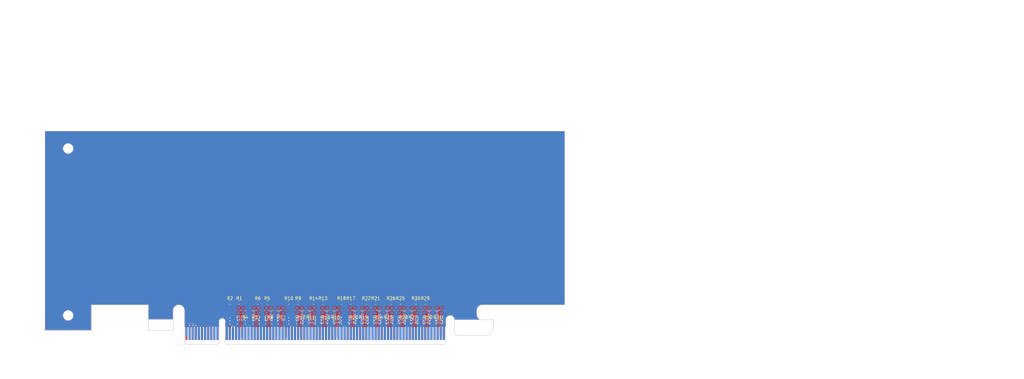
<source format=kicad_pcb>
(kicad_pcb (version 20171130) (host pcbnew 5.1.3-ffb9f22~84~ubuntu16.04.1)
  (title_block (title PCIexpress_x16_full) (company "Author: Luca Anastasio"))
  (layers (0 F.Cu power) (1 In1.Cu power) (2 In2.Cu power) (31 B.Cu power) (34 B.Paste user) (35 F.Paste user) (36 B.SilkS user) (37 F.SilkS user) (38 B.Mask user) (39 F.Mask user) (44 Edge.Cuts user))
  (net 0 "")
  (net 1 GND)
  (net 2 "Net-(J2-PadA50)")
  (net 3 "Net-(J2-PadB82)")
  (net 4 "Net-(J2-PadA33)")
  (net 5 "Net-(J2-PadA32)")
  (net 6 "Net-(J2-PadA19)")
  (net 7 +12V)
  (net 8 +3V3)
  (net 9 +3.3VA)
  (net 10 "Net-(J2-PadB12)")
  (net 11 "Net-(J2-PadB30)")
  (net 12 /PER0_P)
  (net 13 /PER0_N)
  (net 14 /PER1_P)
  (net 15 /PER1_N)
  (net 16 /PER2_P)
  (net 17 /PER2_N)
  (net 18 /PER3_P)
  (net 19 /PER3_N)
  (net 20 /PER4_P)
  (net 21 /PER4_N)
  (net 22 /PER5_P)
  (net 23 /PER5_N)
  (net 24 /PER6_P)
  (net 25 /PER6_N)
  (net 26 /PER7_P)
  (net 27 /PER7_N)
  (net 28 /PER8_P)
  (net 29 /PER8_N)
  (net 30 /PER9_P)
  (net 31 /PER9_N)
  (net 32 /PER10_P)
  (net 33 /PER10_N)
  (net 34 /PER11_P)
  (net 35 /PER11_N)
  (net 36 /PER12_P)
  (net 37 /PER12_N)
  (net 38 /PER13_P)
  (net 39 /PER13_N)
  (net 40 /PER14_P)
  (net 41 /PER14_N)
  (net 42 /PER15_P)
  (net 43 /PER15_N)
  (net 44 /~PRSNT2x16)
  (net 45 /PET15_N)
  (net 46 /PET15_P)
  (net 47 /PET14_N)
  (net 48 /PET14_P)
  (net 49 /PET13_N)
  (net 50 /PET13_P)
  (net 51 /PET12_N)
  (net 52 /PET12_P)
  (net 53 /PET11_N)
  (net 54 /PET11_P)
  (net 55 /PET10_N)
  (net 56 /PET10_P)
  (net 57 /PET9_N)
  (net 58 /PET9_P)
  (net 59 /PET8_N)
  (net 60 /PET8_P)
  (net 61 /~PRSNT2x8)
  (net 62 /PET7_N)
  (net 63 /PET7_P)
  (net 64 /PET6_N)
  (net 65 /PET6_P)
  (net 66 /PET5_N)
  (net 67 /PET5_P)
  (net 68 /PET4_N)
  (net 69 /PET4_P)
  (net 70 /~PRSNT2x4)
  (net 71 /PET3_N)
  (net 72 /PET3_P)
  (net 73 /PET2_N)
  (net 74 /PET2_P)
  (net 75 /PET1_N)
  (net 76 /PET1_P)
  (net 77 /SMCLK)
  (net 78 /SMDAT)
  (net 79 /~TRST)
  (net 80 /~WAKE)
  (net 81 /PET0_P)
  (net 82 /PET0_N)
  (net 83 /~PRSNT2x1)
  (net 84 /~PRSNT1)
  (net 85 /TCK)
  (net 86 /TDI)
  (net 87 /TDO)
  (net 88 /TMS)
  (net 89 /~PERST)
  (net 90 /REFCLK-)
  (net 91 /REFCLK+)
  (net 92 /PCIexpress_connector/_PER0_P)
  (net 93 /PCIexpress_connector/_PER0_N)
  (net 94 /PCIexpress_connector/_PER1_P)
  (net 95 /PCIexpress_connector/_PER1_N)
  (net 96 /PCIexpress_connector/_PER2_P)
  (net 97 /PCIexpress_connector/_PER2_N)
  (net 98 /PCIexpress_connector/_PER3_P)
  (net 99 /PCIexpress_connector/_PER3_N)
  (net 100 /PCIexpress_connector/_PER4_P)
  (net 101 /PCIexpress_connector/_PER4_N)
  (net 102 /PCIexpress_connector/_PER5_P)
  (net 103 /PCIexpress_connector/_PER5_N)
  (net 104 /PCIexpress_connector/_PER6_P)
  (net 105 /PCIexpress_connector/_PER6_N)
  (net 106 /PCIexpress_connector/_PER7_P)
  (net 107 /PCIexpress_connector/_PER7_N)
  (net 108 /PCIexpress_connector/_PER8_P)
  (net 109 /PCIexpress_connector/_PER8_N)
  (net 110 /PCIexpress_connector/_PER9_P)
  (net 111 /PCIexpress_connector/_PER9_N)
  (net 112 /PCIexpress_connector/_PER10_P)
  (net 113 /PCIexpress_connector/_PER10_N)
  (net 114 /PCIexpress_connector/_PER11_P)
  (net 115 /PCIexpress_connector/_PER11_N)
  (net 116 /PCIexpress_connector/_PER12_P)
  (net 117 /PCIexpress_connector/_PER12_N)
  (net 118 /PCIexpress_connector/_PER13_P)
  (net 119 /PCIexpress_connector/_PER13_N)
  (net 120 /PCIexpress_connector/_PER14_P)
  (net 121 /PCIexpress_connector/_PER14_N)
  (net 122 /PCIexpress_connector/_PER15_P)
  (net 123 /PCIexpress_connector/_PER15_N)
  (module PCIexpress:PCIexpress_x16 (layer F.Cu) (at 109.625 194.125)
    (fp_text reference J2 hide)
    (fp_text value PCIexpress_x16)
    (pad A82 connect rect (at 83.5 -3.5) (size 0.7 4.2) (layers B.Cu) (net 1 GND))
    (pad A81 connect rect (at 82.5 -3.5) (size 0.7 4.2) (layers B.Cu) (net 123 /PCIexpress_connector/_PER15_N))
    (pad A80 connect rect (at 81.5 -3.5) (size 0.7 4.2) (layers B.Cu) (net 122 /PCIexpress_connector/_PER15_P))
    (pad A79 connect rect (at 80.5 -3.5) (size 0.7 4.2) (layers B.Cu) (net 1 GND))
    (pad A78 connect rect (at 79.5 -3.5) (size 0.7 4.2) (layers B.Cu) (net 1 GND))
    (pad A77 connect rect (at 78.5 -3.5) (size 0.7 4.2) (layers B.Cu) (net 121 /PCIexpress_connector/_PER14_N))
    (pad A76 connect rect (at 77.5 -3.5) (size 0.7 4.2) (layers B.Cu) (net 120 /PCIexpress_connector/_PER14_P))
    (pad A75 connect rect (at 76.5 -3.5) (size 0.7 4.2) (layers B.Cu) (net 1 GND))
    (pad A74 connect rect (at 75.5 -3.5) (size 0.7 4.2) (layers B.Cu) (net 1 GND))
    (pad A73 connect rect (at 74.5 -3.5) (size 0.7 4.2) (layers B.Cu) (net 119 /PCIexpress_connector/_PER13_N))
    (pad A72 connect rect (at 73.5 -3.5) (size 0.7 4.2) (layers B.Cu) (net 118 /PCIexpress_connector/_PER13_P))
    (pad A71 connect rect (at 72.5 -3.5) (size 0.7 4.2) (layers B.Cu) (net 1 GND))
    (pad A70 connect rect (at 71.5 -3.5) (size 0.7 4.2) (layers B.Cu) (net 1 GND))
    (pad A69 connect rect (at 70.5 -3.5) (size 0.7 4.2) (layers B.Cu) (net 117 /PCIexpress_connector/_PER12_N))
    (pad A68 connect rect (at 69.5 -3.5) (size 0.7 4.2) (layers B.Cu) (net 116 /PCIexpress_connector/_PER12_P))
    (pad A67 connect rect (at 68.5 -3.5) (size 0.7 4.2) (layers B.Cu) (net 1 GND))
    (pad A66 connect rect (at 67.5 -3.5) (size 0.7 4.2) (layers B.Cu) (net 1 GND))
    (pad A65 connect rect (at 66.5 -3.5) (size 0.7 4.2) (layers B.Cu) (net 115 /PCIexpress_connector/_PER11_N))
    (pad A64 connect rect (at 65.5 -3.5) (size 0.7 4.2) (layers B.Cu) (net 114 /PCIexpress_connector/_PER11_P))
    (pad A63 connect rect (at 64.5 -3.5) (size 0.7 4.2) (layers B.Cu) (net 1 GND))
    (pad A62 connect rect (at 63.5 -3.5) (size 0.7 4.2) (layers B.Cu) (net 1 GND))
    (pad A61 connect rect (at 62.5 -3.5) (size 0.7 4.2) (layers B.Cu) (net 113 /PCIexpress_connector/_PER10_N))
    (pad A60 connect rect (at 61.5 -3.5) (size 0.7 4.2) (layers B.Cu) (net 112 /PCIexpress_connector/_PER10_P))
    (pad A59 connect rect (at 60.5 -3.5) (size 0.7 4.2) (layers B.Cu) (net 1 GND))
    (pad A58 connect rect (at 59.5 -3.5) (size 0.7 4.2) (layers B.Cu) (net 1 GND))
    (pad A57 connect rect (at 58.5 -3.5) (size 0.7 4.2) (layers B.Cu) (net 111 /PCIexpress_connector/_PER9_N))
    (pad A56 connect rect (at 57.5 -3.5) (size 0.7 4.2) (layers B.Cu) (net 110 /PCIexpress_connector/_PER9_P))
    (pad A55 connect rect (at 56.5 -3.5) (size 0.7 4.2) (layers B.Cu) (net 1 GND))
    (pad A54 connect rect (at 55.5 -3.5) (size 0.7 4.2) (layers B.Cu) (net 1 GND))
    (pad A53 connect rect (at 54.5 -3.5) (size 0.7 4.2) (layers B.Cu) (net 109 /PCIexpress_connector/_PER8_N))
    (pad A52 connect rect (at 53.5 -3.5) (size 0.7 4.2) (layers B.Cu) (net 108 /PCIexpress_connector/_PER8_P))
    (pad A51 connect rect (at 52.5 -3.5) (size 0.7 4.2) (layers B.Cu) (net 1 GND))
    (pad A50 connect rect (at 51.5 -3.5) (size 0.7 4.2) (layers B.Cu) (net 2 "Net-(J2-PadA50)"))
    (pad B82 connect rect (at 83.5 -3.5) (size 0.7 4.2) (layers F.Cu) (net 3 "Net-(J2-PadB82)"))
    (pad B81 connect rect (at 82.5 -4) (size 0.7 3.2) (layers F.Cu) (net 44 /~PRSNT2x16))
    (pad B80 connect rect (at 81.5 -3.5) (size 0.7 4.2) (layers F.Cu) (net 1 GND))
    (pad B79 connect rect (at 80.5 -3.5) (size 0.7 4.2) (layers F.Cu) (net 45 /PET15_N))
    (pad B78 connect rect (at 79.5 -3.5) (size 0.7 4.2) (layers F.Cu) (net 46 /PET15_P))
    (pad B77 connect rect (at 78.5 -3.5) (size 0.7 4.2) (layers F.Cu) (net 1 GND))
    (pad B76 connect rect (at 77.5 -3.5) (size 0.7 4.2) (layers F.Cu) (net 1 GND))
    (pad B75 connect rect (at 76.5 -3.5) (size 0.7 4.2) (layers F.Cu) (net 47 /PET14_N))
    (pad B74 connect rect (at 75.5 -3.5) (size 0.7 4.2) (layers F.Cu) (net 48 /PET14_P))
    (pad B73 connect rect (at 74.5 -3.5) (size 0.7 4.2) (layers F.Cu) (net 1 GND))
    (pad B72 connect rect (at 73.5 -3.5) (size 0.7 4.2) (layers F.Cu) (net 1 GND))
    (pad B71 connect rect (at 72.5 -3.5) (size 0.7 4.2) (layers F.Cu) (net 49 /PET13_N))
    (pad B70 connect rect (at 71.5 -3.5) (size 0.7 4.2) (layers F.Cu) (net 50 /PET13_P))
    (pad B69 connect rect (at 70.5 -3.5) (size 0.7 4.2) (layers F.Cu) (net 1 GND))
    (pad B68 connect rect (at 69.5 -3.5) (size 0.7 4.2) (layers F.Cu) (net 1 GND))
    (pad B67 connect rect (at 68.5 -3.5) (size 0.7 4.2) (layers F.Cu) (net 51 /PET12_N))
    (pad B66 connect rect (at 67.5 -3.5) (size 0.7 4.2) (layers F.Cu) (net 52 /PET12_P))
    (pad B65 connect rect (at 66.5 -3.5) (size 0.7 4.2) (layers F.Cu) (net 1 GND))
    (pad B64 connect rect (at 65.5 -3.5) (size 0.7 4.2) (layers F.Cu) (net 1 GND))
    (pad B63 connect rect (at 64.5 -3.5) (size 0.7 4.2) (layers F.Cu) (net 53 /PET11_N))
    (pad B62 connect rect (at 63.5 -3.5) (size 0.7 4.2) (layers F.Cu) (net 54 /PET11_P))
    (pad B61 connect rect (at 62.5 -3.5) (size 0.7 4.2) (layers F.Cu) (net 1 GND))
    (pad B60 connect rect (at 61.5 -3.5) (size 0.7 4.2) (layers F.Cu) (net 1 GND))
    (pad B59 connect rect (at 60.5 -3.5) (size 0.7 4.2) (layers F.Cu) (net 55 /PET10_N))
    (pad B58 connect rect (at 59.5 -3.5) (size 0.7 4.2) (layers F.Cu) (net 56 /PET10_P))
    (pad B57 connect rect (at 58.5 -3.5) (size 0.7 4.2) (layers F.Cu) (net 1 GND))
    (pad B56 connect rect (at 57.5 -3.5) (size 0.7 4.2) (layers F.Cu) (net 1 GND))
    (pad B55 connect rect (at 56.5 -3.5) (size 0.7 4.2) (layers F.Cu) (net 57 /PET9_N))
    (pad B54 connect rect (at 55.5 -3.5) (size 0.7 4.2) (layers F.Cu) (net 58 /PET9_P))
    (pad B53 connect rect (at 54.5 -3.5) (size 0.7 4.2) (layers F.Cu) (net 1 GND))
    (pad B52 connect rect (at 53.5 -3.5) (size 0.7 4.2) (layers F.Cu) (net 1 GND))
    (pad B51 connect rect (at 52.5 -3.5) (size 0.7 4.2) (layers F.Cu) (net 59 /PET8_N))
    (pad B50 connect rect (at 51.5 -3.5) (size 0.7 4.2) (layers F.Cu) (net 60 /PET8_P))
    (pad B49 connect rect (at 50.5 -3.5) (size 0.7 4.2) (layers F.Cu) (net 1 GND))
    (pad B48 connect rect (at 49.5 -4) (size 0.7 3.2) (layers F.Cu) (net 61 /~PRSNT2x8))
    (pad B47 connect rect (at 48.5 -3.5) (size 0.7 4.2) (layers F.Cu) (net 1 GND))
    (pad B46 connect rect (at 47.5 -3.5) (size 0.7 4.2) (layers F.Cu) (net 62 /PET7_N))
    (pad B45 connect rect (at 46.5 -3.5) (size 0.7 4.2) (layers F.Cu) (net 63 /PET7_P))
    (pad B44 connect rect (at 45.5 -3.5) (size 0.7 4.2) (layers F.Cu) (net 1 GND))
    (pad B43 connect rect (at 44.5 -3.5) (size 0.7 4.2) (layers F.Cu) (net 1 GND))
    (pad B42 connect rect (at 43.5 -3.5) (size 0.7 4.2) (layers F.Cu) (net 64 /PET6_N))
    (pad B41 connect rect (at 42.5 -3.5) (size 0.7 4.2) (layers F.Cu) (net 65 /PET6_P))
    (pad B40 connect rect (at 41.5 -3.5) (size 0.7 4.2) (layers F.Cu) (net 1 GND))
    (pad B39 connect rect (at 40.5 -3.5) (size 0.7 4.2) (layers F.Cu) (net 1 GND))
    (pad B38 connect rect (at 39.5 -3.5) (size 0.7 4.2) (layers F.Cu) (net 66 /PET5_N))
    (pad B37 connect rect (at 38.5 -3.5) (size 0.7 4.2) (layers F.Cu) (net 67 /PET5_P))
    (pad B36 connect rect (at 37.5 -3.5) (size 0.7 4.2) (layers F.Cu) (net 1 GND))
    (pad B35 connect rect (at 36.5 -3.5) (size 0.7 4.2) (layers F.Cu) (net 1 GND))
    (pad B34 connect rect (at 35.5 -3.5) (size 0.7 4.2) (layers F.Cu) (net 68 /PET4_N))
    (pad B33 connect rect (at 34.5 -3.5) (size 0.7 4.2) (layers F.Cu) (net 69 /PET4_P))
    (pad A49 connect rect (at 50.5 -3.5) (size 0.7 4.2) (layers B.Cu) (net 1 GND))
    (pad A48 connect rect (at 49.5 -3.5) (size 0.7 4.2) (layers B.Cu) (net 107 /PCIexpress_connector/_PER7_N))
    (pad A47 connect rect (at 48.5 -3.5) (size 0.7 4.2) (layers B.Cu) (net 106 /PCIexpress_connector/_PER7_P))
    (pad A46 connect rect (at 47.5 -3.5) (size 0.7 4.2) (layers B.Cu) (net 1 GND))
    (pad A45 connect rect (at 46.5 -3.5) (size 0.7 4.2) (layers B.Cu) (net 1 GND))
    (pad A44 connect rect (at 45.5 -3.5) (size 0.7 4.2) (layers B.Cu) (net 105 /PCIexpress_connector/_PER6_N))
    (pad A43 connect rect (at 44.5 -3.5) (size 0.7 4.2) (layers B.Cu) (net 104 /PCIexpress_connector/_PER6_P))
    (pad A42 connect rect (at 43.5 -3.5) (size 0.7 4.2) (layers B.Cu) (net 1 GND))
    (pad A41 connect rect (at 42.5 -3.5) (size 0.7 4.2) (layers B.Cu) (net 1 GND))
    (pad A40 connect rect (at 41.5 -3.5) (size 0.7 4.2) (layers B.Cu) (net 103 /PCIexpress_connector/_PER5_N))
    (pad A39 connect rect (at 40.5 -3.5) (size 0.7 4.2) (layers B.Cu) (net 102 /PCIexpress_connector/_PER5_P))
    (pad A38 connect rect (at 39.5 -3.5) (size 0.7 4.2) (layers B.Cu) (net 1 GND))
    (pad A37 connect rect (at 38.5 -3.5) (size 0.7 4.2) (layers B.Cu) (net 1 GND))
    (pad A36 connect rect (at 37.5 -3.5) (size 0.7 4.2) (layers B.Cu) (net 101 /PCIexpress_connector/_PER4_N))
    (pad A35 connect rect (at 36.5 -3.5) (size 0.7 4.2) (layers B.Cu) (net 100 /PCIexpress_connector/_PER4_P))
    (pad A34 connect rect (at 35.5 -3.5) (size 0.7 4.2) (layers B.Cu) (net 1 GND))
    (pad A33 connect rect (at 34.5 -3.5) (size 0.7 4.2) (layers B.Cu) (net 4 "Net-(J2-PadA33)"))
    (pad A32 connect rect (at 33.5 -3.5) (size 0.7 4.2) (layers B.Cu) (net 5 "Net-(J2-PadA32)"))
    (pad A31 connect rect (at 32.5 -3.5) (size 0.7 4.2) (layers B.Cu) (net 1 GND))
    (pad A30 connect rect (at 31.5 -3.5) (size 0.7 4.2) (layers B.Cu) (net 99 /PCIexpress_connector/_PER3_N))
    (pad A29 connect rect (at 30.5 -3.5) (size 0.7 4.2) (layers B.Cu) (net 98 /PCIexpress_connector/_PER3_P))
    (pad A28 connect rect (at 29.5 -3.5) (size 0.7 4.2) (layers B.Cu) (net 1 GND))
    (pad A27 connect rect (at 28.5 -3.5) (size 0.7 4.2) (layers B.Cu) (net 1 GND))
    (pad A26 connect rect (at 27.5 -3.5) (size 0.7 4.2) (layers B.Cu) (net 97 /PCIexpress_connector/_PER2_N))
    (pad A25 connect rect (at 26.5 -3.5) (size 0.7 4.2) (layers B.Cu) (net 96 /PCIexpress_connector/_PER2_P))
    (pad A24 connect rect (at 25.5 -3.5) (size 0.7 4.2) (layers B.Cu) (net 1 GND))
    (pad A23 connect rect (at 24.5 -3.5) (size 0.7 4.2) (layers B.Cu) (net 1 GND))
    (pad A22 connect rect (at 23.5 -3.5) (size 0.7 4.2) (layers B.Cu) (net 95 /PCIexpress_connector/_PER1_N))
    (pad A21 connect rect (at 22.5 -3.5) (size 0.7 4.2) (layers B.Cu) (net 94 /PCIexpress_connector/_PER1_P))
    (pad A20 connect rect (at 21.5 -3.5) (size 0.7 4.2) (layers B.Cu) (net 1 GND))
    (pad B32 connect rect (at 33.5 -3.5) (size 0.7 4.2) (layers F.Cu) (net 1 GND))
    (pad B31 connect rect (at 32.5 -4) (size 0.7 3.2) (layers F.Cu) (net 70 /~PRSNT2x4))
    (pad B30 connect rect (at 31.5 -3.5) (size 0.7 4.2) (layers F.Cu) (net 11 "Net-(J2-PadB30)"))
    (pad B29 connect rect (at 30.5 -3.5) (size 0.7 4.2) (layers F.Cu) (net 1 GND))
    (pad B28 connect rect (at 29.5 -3.5) (size 0.7 4.2) (layers F.Cu) (net 71 /PET3_N))
    (pad B27 connect rect (at 28.5 -3.5) (size 0.7 4.2) (layers F.Cu) (net 72 /PET3_P))
    (pad B26 connect rect (at 27.5 -3.5) (size 0.7 4.2) (layers F.Cu) (net 1 GND))
    (pad B25 connect rect (at 26.5 -3.5) (size 0.7 4.2) (layers F.Cu) (net 1 GND))
    (pad B24 connect rect (at 25.5 -3.5) (size 0.7 4.2) (layers F.Cu) (net 73 /PET2_N))
    (pad B23 connect rect (at 24.5 -3.5) (size 0.7 4.2) (layers F.Cu) (net 74 /PET2_P))
    (pad B22 connect rect (at 23.5 -3.5) (size 0.7 4.2) (layers F.Cu) (net 1 GND))
    (pad B21 connect rect (at 22.5 -3.5) (size 0.7 4.2) (layers F.Cu) (net 1 GND))
    (pad B20 connect rect (at 21.5 -3.5) (size 0.7 4.2) (layers F.Cu) (net 75 /PET1_N))
    (pad A19 connect rect (at 20.5 -3.5) (size 0.7 4.2) (layers B.Cu) (net 6 "Net-(J2-PadA19)"))
    (pad B19 connect rect (at 20.5 -3.5) (size 0.7 4.2) (layers F.Cu) (net 76 /PET1_P))
    (pad B1 connect rect (at 0.5 -3.5) (size 0.7 4.2) (layers F.Cu) (net 7 +12V))
    (pad B2 connect rect (at 1.5 -3.5) (size 0.7 4.2) (layers F.Cu) (net 7 +12V))
    (pad B3 connect rect (at 2.5 -3.5) (size 0.7 4.2) (layers F.Cu) (net 7 +12V))
    (pad B4 connect rect (at 3.5 -3.5) (size 0.7 4.2) (layers F.Cu) (net 1 GND))
    (pad B5 connect rect (at 4.5 -3.5) (size 0.7 4.2) (layers F.Cu) (net 77 /SMCLK))
    (pad B6 connect rect (at 5.5 -3.5) (size 0.7 4.2) (layers F.Cu) (net 78 /SMDAT))
    (pad B7 connect rect (at 6.5 -3.5) (size 0.7 4.2) (layers F.Cu) (net 1 GND))
    (pad B8 connect rect (at 7.5 -3.5) (size 0.7 4.2) (layers F.Cu) (net 8 +3V3))
    (pad B9 connect rect (at 8.5 -3.5) (size 0.7 4.2) (layers F.Cu) (net 79 /~TRST))
    (pad B10 connect rect (at 9.5 -3.5) (size 0.7 4.2) (layers F.Cu) (net 9 +3.3VA))
    (pad B11 connect rect (at 10.5 -3.5) (size 0.7 4.2) (layers F.Cu) (net 80 /~WAKE))
    (pad B14 connect rect (at 15.5 -3.5) (size 0.7 4.2) (layers F.Cu) (net 81 /PET0_P))
    (pad B15 connect rect (at 16.5 -3.5) (size 0.7 4.2) (layers F.Cu) (net 82 /PET0_N))
    (pad B16 connect rect (at 17.5 -3.5) (size 0.7 4.2) (layers F.Cu) (net 1 GND))
    (pad B17 connect rect (at 18.5 -4) (size 0.7 3.2) (layers F.Cu) (net 83 /~PRSNT2x1))
    (pad B18 connect rect (at 19.5 -3.5) (size 0.7 4.2) (layers F.Cu) (net 1 GND))
    (pad B12 connect rect (at 13.5 -3.5) (size 0.7 4.2) (layers F.Cu) (net 10 "Net-(J2-PadB12)"))
    (pad B13 connect rect (at 14.5 -3.5) (size 0.7 4.2) (layers F.Cu) (net 1 GND))
    (pad A1 connect rect (at 0.5 -4) (size 0.7 3.2) (layers B.Cu) (net 84 /~PRSNT1))
    (pad A2 connect rect (at 1.5 -3.5) (size 0.7 4.2) (layers B.Cu) (net 7 +12V))
    (pad A3 connect rect (at 2.5 -3.5) (size 0.7 4.2) (layers B.Cu) (net 7 +12V))
    (pad A4 connect rect (at 3.5 -3.5) (size 0.7 4.2) (layers B.Cu) (net 1 GND))
    (pad A5 connect rect (at 4.5 -3.5) (size 0.7 4.2) (layers B.Cu) (net 85 /TCK))
    (pad A6 connect rect (at 5.5 -3.5) (size 0.7 4.2) (layers B.Cu) (net 86 /TDI))
    (pad A7 connect rect (at 6.5 -3.5) (size 0.7 4.2) (layers B.Cu) (net 87 /TDO))
    (pad A8 connect rect (at 7.5 -3.5) (size 0.7 4.2) (layers B.Cu) (net 88 /TMS))
    (pad A9 connect rect (at 8.5 -3.5) (size 0.7 4.2) (layers B.Cu) (net 8 +3V3))
    (pad A10 connect rect (at 9.5 -3.5) (size 0.7 4.2) (layers B.Cu) (net 8 +3V3))
    (pad A11 connect rect (at 10.5 -3.5) (size 0.7 4.2) (layers B.Cu) (net 89 /~PERST))
    (pad A14 connect rect (at 15.5 -3.5) (size 0.7 4.2) (layers B.Cu) (net 90 /REFCLK-))
    (pad A15 connect rect (at 16.5 -3.5) (size 0.7 4.2) (layers B.Cu) (net 1 GND))
    (pad A16 connect rect (at 17.5 -3.5) (size 0.7 4.2) (layers B.Cu) (net 92 /PCIexpress_connector/_PER0_P))
    (pad A17 connect rect (at 18.5 -3.5) (size 0.7 4.2) (layers B.Cu) (net 93 /PCIexpress_connector/_PER0_N))
    (pad A18 connect rect (at 19.5 -3.5) (size 0.7 4.2) (layers B.Cu) (net 1 GND))
    (pad A12 connect rect (at 13.5 -3.5) (size 0.7 4.2) (layers B.Cu) (net 1 GND))
    (pad A13 connect rect (at 14.5 -3.5) (size 0.7 4.2) (layers B.Cu) (net 91 /REFCLK+))
  )
  (module PCIexpress:PCIexpress_bracket_low (layer F.Cu) (at 109.625 194.125)
    (fp_text reference J1 hide)
    (fp_text value PCIexpress_bracket)
  )
  (module Resistor_SMD:R_0603_1608Metric (layer F.Cu) (at 188.125 183.875 180)
    (fp_text reference R32 (at 0 -1.5) (layer F.SilkS))
    (fp_text value 49.9)
    (pad 2 smd roundrect (at 0.7875 0 180) (size 0.875 0.95) (layers F.Cu F.Paste F.Mask) (net 1 GND))
    (pad 1 smd roundrect (at -0.7875 0 180) (size 0.875 0.95) (layers F.Cu F.Paste F.Mask) (net 46 /PET15_P))
  )
  (module Resistor_SMD:R_0603_1608Metric (layer F.Cu) (at 191.125 183.875)
    (fp_text reference R31 (at 0 1.5) (layer F.SilkS))
    (fp_text value 49.9)
    (pad 2 smd roundrect (at 0.7875 0) (size 0.875 0.95) (layers F.Cu F.Paste F.Mask) (net 1 GND))
    (pad 1 smd roundrect (at -0.7875 0) (size 0.875 0.95) (layers F.Cu F.Paste F.Mask) (net 45 /PET15_N))
  )
  (module Resistor_SMD:R_0603_1608Metric (layer F.Cu) (at 184.125 180.625 180)
    (fp_text reference R30 (at 0 1.375) (layer F.SilkS))
    (fp_text value 49.9)
    (pad 2 smd roundrect (at 0.7875 0 180) (size 0.875 0.95) (layers F.Cu F.Paste F.Mask) (net 1 GND))
    (pad 1 smd roundrect (at -0.7875 0 180) (size 0.875 0.95) (layers F.Cu F.Paste F.Mask) (net 48 /PET14_P))
  )
  (module Resistor_SMD:R_0603_1608Metric (layer F.Cu) (at 187.125 180.625)
    (fp_text reference R29 (at 0 -1.375) (layer F.SilkS))
    (fp_text value 49.9)
    (pad 2 smd roundrect (at 0.7875 0) (size 0.875 0.95) (layers F.Cu F.Paste F.Mask) (net 1 GND))
    (pad 1 smd roundrect (at -0.7875 0) (size 0.875 0.95) (layers F.Cu F.Paste F.Mask) (net 47 /PET14_N))
  )
  (module Resistor_SMD:R_0603_1608Metric (layer F.Cu) (at 180.125 183.875 180)
    (fp_text reference R28 (at 0 -1.5) (layer F.SilkS))
    (fp_text value 49.9)
    (pad 2 smd roundrect (at 0.7875 0 180) (size 0.875 0.95) (layers F.Cu F.Paste F.Mask) (net 1 GND))
    (pad 1 smd roundrect (at -0.7875 0 180) (size 0.875 0.95) (layers F.Cu F.Paste F.Mask) (net 50 /PET13_P))
  )
  (module Resistor_SMD:R_0603_1608Metric (layer F.Cu) (at 183.125 183.875)
    (fp_text reference R27 (at 0 1.5) (layer F.SilkS))
    (fp_text value 49.9)
    (pad 2 smd roundrect (at 0.7875 0) (size 0.875 0.95) (layers F.Cu F.Paste F.Mask) (net 1 GND))
    (pad 1 smd roundrect (at -0.7875 0) (size 0.875 0.95) (layers F.Cu F.Paste F.Mask) (net 49 /PET13_N))
  )
  (module Resistor_SMD:R_0603_1608Metric (layer F.Cu) (at 176.125 180.625 180)
    (fp_text reference R26 (at 0 1.375) (layer F.SilkS))
    (fp_text value 49.9)
    (pad 2 smd roundrect (at 0.7875 0 180) (size 0.875 0.95) (layers F.Cu F.Paste F.Mask) (net 1 GND))
    (pad 1 smd roundrect (at -0.7875 0 180) (size 0.875 0.95) (layers F.Cu F.Paste F.Mask) (net 52 /PET12_P))
  )
  (module Resistor_SMD:R_0603_1608Metric (layer F.Cu) (at 179.135 180.625)
    (fp_text reference R25 (at -0.01 -1.375) (layer F.SilkS))
    (fp_text value 49.9)
    (pad 2 smd roundrect (at 0.7875 0) (size 0.875 0.95) (layers F.Cu F.Paste F.Mask) (net 1 GND))
    (pad 1 smd roundrect (at -0.7875 0) (size 0.875 0.95) (layers F.Cu F.Paste F.Mask) (net 51 /PET12_N))
  )
  (module Resistor_SMD:R_0603_1608Metric (layer F.Cu) (at 172.125 183.875 180)
    (fp_text reference R24 (at 0 -1.5) (layer F.SilkS))
    (fp_text value 49.9)
    (pad 2 smd roundrect (at 0.7875 0 180) (size 0.875 0.95) (layers F.Cu F.Paste F.Mask) (net 1 GND))
    (pad 1 smd roundrect (at -0.7875 0 180) (size 0.875 0.95) (layers F.Cu F.Paste F.Mask) (net 54 /PET11_P))
  )
  (module Resistor_SMD:R_0603_1608Metric (layer F.Cu) (at 175.125 183.875)
    (fp_text reference R23 (at 0 1.5) (layer F.SilkS))
    (fp_text value 49.9)
    (pad 2 smd roundrect (at 0.7875 0) (size 0.875 0.95) (layers F.Cu F.Paste F.Mask) (net 1 GND))
    (pad 1 smd roundrect (at -0.7875 0) (size 0.875 0.95) (layers F.Cu F.Paste F.Mask) (net 53 /PET11_N))
  )
  (module Resistor_SMD:R_0603_1608Metric (layer F.Cu) (at 168.125 180.625 180)
    (fp_text reference R22 (at 0 1.375) (layer F.SilkS))
    (fp_text value 49.9)
    (pad 2 smd roundrect (at 0.7875 0 180) (size 0.875 0.95) (layers F.Cu F.Paste F.Mask) (net 1 GND))
    (pad 1 smd roundrect (at -0.7875 0 180) (size 0.875 0.95) (layers F.Cu F.Paste F.Mask) (net 56 /PET10_P))
  )
  (module Resistor_SMD:R_0603_1608Metric (layer F.Cu) (at 171.125 180.625)
    (fp_text reference R21 (at 0 -1.375) (layer F.SilkS))
    (fp_text value 49.9)
    (pad 2 smd roundrect (at 0.7875 0) (size 0.875 0.95) (layers F.Cu F.Paste F.Mask) (net 1 GND))
    (pad 1 smd roundrect (at -0.7875 0) (size 0.875 0.95) (layers F.Cu F.Paste F.Mask) (net 55 /PET10_N))
  )
  (module Resistor_SMD:R_0603_1608Metric (layer F.Cu) (at 164.125 183.875 180)
    (fp_text reference R20 (at 0 -1.5) (layer F.SilkS))
    (fp_text value 49.9)
    (pad 2 smd roundrect (at 0.7875 0 180) (size 0.875 0.95) (layers F.Cu F.Paste F.Mask) (net 1 GND))
    (pad 1 smd roundrect (at -0.7875 0 180) (size 0.875 0.95) (layers F.Cu F.Paste F.Mask) (net 58 /PET9_P))
  )
  (module Resistor_SMD:R_0603_1608Metric (layer F.Cu) (at 167.125 183.875)
    (fp_text reference R19 (at 0 1.5) (layer F.SilkS))
    (fp_text value 49.9)
    (pad 2 smd roundrect (at 0.7875 0) (size 0.875 0.95) (layers F.Cu F.Paste F.Mask) (net 1 GND))
    (pad 1 smd roundrect (at -0.7875 0) (size 0.875 0.95) (layers F.Cu F.Paste F.Mask) (net 57 /PET9_N))
  )
  (module Resistor_SMD:R_0603_1608Metric (layer F.Cu) (at 160.125 180.625 180)
    (fp_text reference R18 (at 0 1.375) (layer F.SilkS))
    (fp_text value 49.9)
    (pad 2 smd roundrect (at 0.7875 0 180) (size 0.875 0.95) (layers F.Cu F.Paste F.Mask) (net 1 GND))
    (pad 1 smd roundrect (at -0.7875 0 180) (size 0.875 0.95) (layers F.Cu F.Paste F.Mask) (net 60 /PET8_P))
  )
  (module Resistor_SMD:R_0603_1608Metric (layer F.Cu) (at 163.125 180.625)
    (fp_text reference R17 (at 0 -1.375) (layer F.SilkS))
    (fp_text value 49.9)
    (pad 2 smd roundrect (at 0.7875 0) (size 0.875 0.95) (layers F.Cu F.Paste F.Mask) (net 1 GND))
    (pad 1 smd roundrect (at -0.7875 0) (size 0.875 0.95) (layers F.Cu F.Paste F.Mask) (net 59 /PET8_N))
  )
  (module Resistor_SMD:R_0603_1608Metric (layer F.Cu) (at 155.125 183.875 180)
    (fp_text reference R16 (at 0 -1.5) (layer F.SilkS))
    (fp_text value 49.9)
    (pad 2 smd roundrect (at 0.7875 0 180) (size 0.875 0.95) (layers F.Cu F.Paste F.Mask) (net 1 GND))
    (pad 1 smd roundrect (at -0.7875 0 180) (size 0.875 0.95) (layers F.Cu F.Paste F.Mask) (net 63 /PET7_P))
  )
  (module Resistor_SMD:R_0603_1608Metric (layer F.Cu) (at 158.125 183.875)
    (fp_text reference R15 (at 0 1.5) (layer F.SilkS))
    (fp_text value 49.9)
    (pad 2 smd roundrect (at 0.7875 0) (size 0.875 0.95) (layers F.Cu F.Paste F.Mask) (net 1 GND))
    (pad 1 smd roundrect (at -0.7875 0) (size 0.875 0.95) (layers F.Cu F.Paste F.Mask) (net 62 /PET7_N))
  )
  (module Resistor_SMD:R_0603_1608Metric (layer F.Cu) (at 151.125 180.625 180)
    (fp_text reference R14 (at 0 1.375) (layer F.SilkS))
    (fp_text value 49.9)
    (pad 2 smd roundrect (at 0.7875 0 180) (size 0.875 0.95) (layers F.Cu F.Paste F.Mask) (net 1 GND))
    (pad 1 smd roundrect (at -0.7875 0 180) (size 0.875 0.95) (layers F.Cu F.Paste F.Mask) (net 65 /PET6_P))
  )
  (module Resistor_SMD:R_0603_1608Metric (layer F.Cu) (at 154.125 180.625)
    (fp_text reference R13 (at 0 -1.375) (layer F.SilkS))
    (fp_text value 49.9)
    (pad 2 smd roundrect (at 0.7875 0) (size 0.875 0.95) (layers F.Cu F.Paste F.Mask) (net 1 GND))
    (pad 1 smd roundrect (at -0.7875 0) (size 0.875 0.95) (layers F.Cu F.Paste F.Mask) (net 64 /PET6_N))
  )
  (module Resistor_SMD:R_0603_1608Metric (layer F.Cu) (at 147.125 183.875 180)
    (fp_text reference R12 (at 0 -1.5) (layer F.SilkS))
    (fp_text value 49.9)
    (pad 2 smd roundrect (at 0.7875 0 180) (size 0.875 0.95) (layers F.Cu F.Paste F.Mask) (net 1 GND))
    (pad 1 smd roundrect (at -0.7875 0 180) (size 0.875 0.95) (layers F.Cu F.Paste F.Mask) (net 67 /PET5_P))
  )
  (module Resistor_SMD:R_0603_1608Metric (layer F.Cu) (at 150.125 183.875)
    (fp_text reference R11 (at 0 1.5) (layer F.SilkS))
    (fp_text value 49.9)
    (pad 2 smd roundrect (at 0.7875 0) (size 0.875 0.95) (layers F.Cu F.Paste F.Mask) (net 1 GND))
    (pad 1 smd roundrect (at -0.7875 0) (size 0.875 0.95) (layers F.Cu F.Paste F.Mask) (net 66 /PET5_N))
  )
  (module Resistor_SMD:R_0603_1608Metric (layer F.Cu) (at 143.125 180.625 180)
    (fp_text reference R10 (at 0 1.375) (layer F.SilkS))
    (fp_text value 49.9)
    (pad 2 smd roundrect (at 0.7875 0 180) (size 0.875 0.95) (layers F.Cu F.Paste F.Mask) (net 1 GND))
    (pad 1 smd roundrect (at -0.7875 0 180) (size 0.875 0.95) (layers F.Cu F.Paste F.Mask) (net 69 /PET4_P))
  )
  (module Resistor_SMD:R_0603_1608Metric (layer F.Cu) (at 146.125 180.625)
    (fp_text reference R9 (at 0 -1.375) (layer F.SilkS))
    (fp_text value 49.9)
    (pad 2 smd roundrect (at 0.7875 0) (size 0.875 0.95) (layers F.Cu F.Paste F.Mask) (net 1 GND))
    (pad 1 smd roundrect (at -0.7875 0) (size 0.875 0.95) (layers F.Cu F.Paste F.Mask) (net 68 /PET4_N))
  )
  (module Resistor_SMD:R_0603_1608Metric (layer F.Cu) (at 137.125 183.875 180)
    (fp_text reference R8 (at 0 -1.5) (layer F.SilkS))
    (fp_text value 49.9)
    (pad 2 smd roundrect (at 0.7875 0 180) (size 0.875 0.95) (layers F.Cu F.Paste F.Mask) (net 1 GND))
    (pad 1 smd roundrect (at -0.7875 0 180) (size 0.875 0.95) (layers F.Cu F.Paste F.Mask) (net 72 /PET3_P))
  )
  (module Resistor_SMD:R_0603_1608Metric (layer F.Cu) (at 140.125 183.875)
    (fp_text reference R7 (at 0 1.5) (layer F.SilkS))
    (fp_text value 49.9)
    (pad 2 smd roundrect (at 0.7875 0) (size 0.875 0.95) (layers F.Cu F.Paste F.Mask) (net 1 GND))
    (pad 1 smd roundrect (at -0.7875 0) (size 0.875 0.95) (layers F.Cu F.Paste F.Mask) (net 71 /PET3_N))
  )
  (module Resistor_SMD:R_0603_1608Metric (layer F.Cu) (at 133.125 180.625 180)
    (fp_text reference R6 (at 0 1.375) (layer F.SilkS))
    (fp_text value 49.9)
    (pad 2 smd roundrect (at 0.7875 0 180) (size 0.875 0.95) (layers F.Cu F.Paste F.Mask) (net 1 GND))
    (pad 1 smd roundrect (at -0.7875 0 180) (size 0.875 0.95) (layers F.Cu F.Paste F.Mask) (net 74 /PET2_P))
  )
  (module Resistor_SMD:R_0603_1608Metric (layer F.Cu) (at 136.125 180.625)
    (fp_text reference R5 (at 0 -1.375) (layer F.SilkS))
    (fp_text value 49.9)
    (pad 2 smd roundrect (at 0.7875 0) (size 0.875 0.95) (layers F.Cu F.Paste F.Mask) (net 1 GND))
    (pad 1 smd roundrect (at -0.7875 0) (size 0.875 0.95) (layers F.Cu F.Paste F.Mask) (net 73 /PET2_N))
  )
  (module Resistor_SMD:R_0603_1608Metric (layer F.Cu) (at 129.125 183.875 180)
    (fp_text reference R4 (at 0 -1.5) (layer F.SilkS))
    (fp_text value 49.9)
    (pad 2 smd roundrect (at 0.7875 0 180) (size 0.875 0.95) (layers F.Cu F.Paste F.Mask) (net 1 GND))
    (pad 1 smd roundrect (at -0.7875 0 180) (size 0.875 0.95) (layers F.Cu F.Paste F.Mask) (net 76 /PET1_P))
  )
  (module Resistor_SMD:R_0603_1608Metric (layer F.Cu) (at 132.125 183.875)
    (fp_text reference R3 (at 0 1.5) (layer F.SilkS))
    (fp_text value 49.9)
    (pad 2 smd roundrect (at 0.7875 0) (size 0.875 0.95) (layers F.Cu F.Paste F.Mask) (net 1 GND))
    (pad 1 smd roundrect (at -0.7875 0) (size 0.875 0.95) (layers F.Cu F.Paste F.Mask) (net 75 /PET1_N))
  )
  (module Capacitor_SMD:C_0603_1608Metric (layer B.Cu) (at 192.375 183.125 90)
    (fp_text reference C32 (at -3 0 90) (layer B.SilkS) (effects (justify mirror)))
    (fp_text value 100n)
    (pad 2 smd roundrect (at 0.7875 0 90) (size 0.875 0.95) (layers B.Cu B.Paste B.Mask) (net 43 /PER15_N))
    (pad 1 smd roundrect (at -0.7875 0 90) (size 0.875 0.95) (layers B.Cu B.Paste B.Mask) (net 123 /PCIexpress_connector/_PER15_N))
  )
  (module Capacitor_SMD:C_0603_1608Metric (layer B.Cu) (at 190.875 183.125 270)
    (fp_text reference C31 (at 3 0 90) (layer B.SilkS) (effects (justify mirror)))
    (fp_text value 100n)
    (pad 2 smd roundrect (at 0.7875 0 270) (size 0.875 0.95) (layers B.Cu B.Paste B.Mask) (net 122 /PCIexpress_connector/_PER15_P))
    (pad 1 smd roundrect (at -0.7875 0 270) (size 0.875 0.95) (layers B.Cu B.Paste B.Mask) (net 42 /PER15_P))
  )
  (module Capacitor_SMD:C_0603_1608Metric (layer B.Cu) (at 188.375 183.125 90)
    (fp_text reference C30 (at -3 0 90) (layer B.SilkS) (effects (justify mirror)))
    (fp_text value 100n)
    (pad 2 smd roundrect (at 0.7875 0 90) (size 0.875 0.95) (layers B.Cu B.Paste B.Mask) (net 41 /PER14_N))
    (pad 1 smd roundrect (at -0.7875 0 90) (size 0.875 0.95) (layers B.Cu B.Paste B.Mask) (net 121 /PCIexpress_connector/_PER14_N))
  )
  (module Capacitor_SMD:C_0603_1608Metric (layer B.Cu) (at 186.875 183.125 270)
    (fp_text reference C29 (at 3 0 90) (layer B.SilkS) (effects (justify mirror)))
    (fp_text value 100n)
    (pad 2 smd roundrect (at 0.7875 0 270) (size 0.875 0.95) (layers B.Cu B.Paste B.Mask) (net 120 /PCIexpress_connector/_PER14_P))
    (pad 1 smd roundrect (at -0.7875 0 270) (size 0.875 0.95) (layers B.Cu B.Paste B.Mask) (net 40 /PER14_P))
  )
  (module Capacitor_SMD:C_0603_1608Metric (layer B.Cu) (at 184.375 183.125 90)
    (fp_text reference C28 (at -3 0 90) (layer B.SilkS) (effects (justify mirror)))
    (fp_text value 100n)
    (pad 2 smd roundrect (at 0.7875 0 90) (size 0.875 0.95) (layers B.Cu B.Paste B.Mask) (net 39 /PER13_N))
    (pad 1 smd roundrect (at -0.7875 0 90) (size 0.875 0.95) (layers B.Cu B.Paste B.Mask) (net 119 /PCIexpress_connector/_PER13_N))
  )
  (module Capacitor_SMD:C_0603_1608Metric (layer B.Cu) (at 182.875 183.125 270)
    (fp_text reference C27 (at 3 0 90) (layer B.SilkS) (effects (justify mirror)))
    (fp_text value 100n)
    (pad 2 smd roundrect (at 0.7875 0 270) (size 0.875 0.95) (layers B.Cu B.Paste B.Mask) (net 118 /PCIexpress_connector/_PER13_P))
    (pad 1 smd roundrect (at -0.7875 0 270) (size 0.875 0.95) (layers B.Cu B.Paste B.Mask) (net 38 /PER13_P))
  )
  (module Capacitor_SMD:C_0603_1608Metric (layer B.Cu) (at 180.375 183.125 90)
    (fp_text reference C26 (at -3 0 90) (layer B.SilkS) (effects (justify mirror)))
    (fp_text value 100n)
    (pad 2 smd roundrect (at 0.7875 0 90) (size 0.875 0.95) (layers B.Cu B.Paste B.Mask) (net 37 /PER12_N))
    (pad 1 smd roundrect (at -0.7875 0 90) (size 0.875 0.95) (layers B.Cu B.Paste B.Mask) (net 117 /PCIexpress_connector/_PER12_N))
  )
  (module Capacitor_SMD:C_0603_1608Metric (layer B.Cu) (at 178.875 183.125 270)
    (fp_text reference C25 (at 3 0 90) (layer B.SilkS) (effects (justify mirror)))
    (fp_text value 100n)
    (pad 2 smd roundrect (at 0.7875 0 270) (size 0.875 0.95) (layers B.Cu B.Paste B.Mask) (net 116 /PCIexpress_connector/_PER12_P))
    (pad 1 smd roundrect (at -0.7875 0 270) (size 0.875 0.95) (layers B.Cu B.Paste B.Mask) (net 36 /PER12_P))
  )
  (module Capacitor_SMD:C_0603_1608Metric (layer B.Cu) (at 176.375 183.125 90)
    (fp_text reference C24 (at -3 0 90) (layer B.SilkS) (effects (justify mirror)))
    (fp_text value 100n)
    (pad 2 smd roundrect (at 0.7875 0 90) (size 0.875 0.95) (layers B.Cu B.Paste B.Mask) (net 35 /PER11_N))
    (pad 1 smd roundrect (at -0.7875 0 90) (size 0.875 0.95) (layers B.Cu B.Paste B.Mask) (net 115 /PCIexpress_connector/_PER11_N))
  )
  (module Capacitor_SMD:C_0603_1608Metric (layer B.Cu) (at 174.875 183.125 270)
    (fp_text reference C23 (at 3 0 90) (layer B.SilkS) (effects (justify mirror)))
    (fp_text value 100n)
    (pad 2 smd roundrect (at 0.7875 0 270) (size 0.875 0.95) (layers B.Cu B.Paste B.Mask) (net 114 /PCIexpress_connector/_PER11_P))
    (pad 1 smd roundrect (at -0.7875 0 270) (size 0.875 0.95) (layers B.Cu B.Paste B.Mask) (net 34 /PER11_P))
  )
  (module Capacitor_SMD:C_0603_1608Metric (layer B.Cu) (at 172.375 183.125 90)
    (fp_text reference C22 (at -3 0 90) (layer B.SilkS) (effects (justify mirror)))
    (fp_text value 100n)
    (pad 2 smd roundrect (at 0.7875 0 90) (size 0.875 0.95) (layers B.Cu B.Paste B.Mask) (net 33 /PER10_N))
    (pad 1 smd roundrect (at -0.7875 0 90) (size 0.875 0.95) (layers B.Cu B.Paste B.Mask) (net 113 /PCIexpress_connector/_PER10_N))
  )
  (module Capacitor_SMD:C_0603_1608Metric (layer B.Cu) (at 170.875 183.125 270)
    (fp_text reference C21 (at 3 0 90) (layer B.SilkS) (effects (justify mirror)))
    (fp_text value 100n)
    (pad 2 smd roundrect (at 0.7875 0 270) (size 0.875 0.95) (layers B.Cu B.Paste B.Mask) (net 112 /PCIexpress_connector/_PER10_P))
    (pad 1 smd roundrect (at -0.7875 0 270) (size 0.875 0.95) (layers B.Cu B.Paste B.Mask) (net 32 /PER10_P))
  )
  (module Capacitor_SMD:C_0603_1608Metric (layer B.Cu) (at 168.375 183.125 90)
    (fp_text reference C20 (at -3 0 90) (layer B.SilkS) (effects (justify mirror)))
    (fp_text value 100n)
    (pad 2 smd roundrect (at 0.7875 0 90) (size 0.875 0.95) (layers B.Cu B.Paste B.Mask) (net 31 /PER9_N))
    (pad 1 smd roundrect (at -0.7875 0 90) (size 0.875 0.95) (layers B.Cu B.Paste B.Mask) (net 111 /PCIexpress_connector/_PER9_N))
  )
  (module Capacitor_SMD:C_0603_1608Metric (layer B.Cu) (at 166.875 183.125 270)
    (fp_text reference C19 (at 3 0 90) (layer B.SilkS) (effects (justify mirror)))
    (fp_text value 100n)
    (pad 2 smd roundrect (at 0.7875 0 270) (size 0.875 0.95) (layers B.Cu B.Paste B.Mask) (net 110 /PCIexpress_connector/_PER9_P))
    (pad 1 smd roundrect (at -0.7875 0 270) (size 0.875 0.95) (layers B.Cu B.Paste B.Mask) (net 30 /PER9_P))
  )
  (module Capacitor_SMD:C_0603_1608Metric (layer B.Cu) (at 164.375 183.125 90)
    (fp_text reference C18 (at -3 0 90) (layer B.SilkS) (effects (justify mirror)))
    (fp_text value 100n)
    (pad 2 smd roundrect (at 0.7875 0 90) (size 0.875 0.95) (layers B.Cu B.Paste B.Mask) (net 29 /PER8_N))
    (pad 1 smd roundrect (at -0.7875 0 90) (size 0.875 0.95) (layers B.Cu B.Paste B.Mask) (net 109 /PCIexpress_connector/_PER8_N))
  )
  (module Capacitor_SMD:C_0603_1608Metric (layer B.Cu) (at 162.875 183.125 270)
    (fp_text reference C17 (at 3 0 90) (layer B.SilkS) (effects (justify mirror)))
    (fp_text value 100n)
    (pad 2 smd roundrect (at 0.7875 0 270) (size 0.875 0.95) (layers B.Cu B.Paste B.Mask) (net 108 /PCIexpress_connector/_PER8_P))
    (pad 1 smd roundrect (at -0.7875 0 270) (size 0.875 0.95) (layers B.Cu B.Paste B.Mask) (net 28 /PER8_P))
  )
  (module Capacitor_SMD:C_0603_1608Metric (layer B.Cu) (at 159.375 183.125 90)
    (fp_text reference C16 (at -3 0 90) (layer B.SilkS) (effects (justify mirror)))
    (fp_text value 100n)
    (pad 2 smd roundrect (at 0.7875 0 90) (size 0.875 0.95) (layers B.Cu B.Paste B.Mask) (net 27 /PER7_N))
    (pad 1 smd roundrect (at -0.7875 0 90) (size 0.875 0.95) (layers B.Cu B.Paste B.Mask) (net 107 /PCIexpress_connector/_PER7_N))
  )
  (module Capacitor_SMD:C_0603_1608Metric (layer B.Cu) (at 157.875 183.125 270)
    (fp_text reference C15 (at 3 0 90) (layer B.SilkS) (effects (justify mirror)))
    (fp_text value 100n)
    (pad 2 smd roundrect (at 0.7875 0 270) (size 0.875 0.95) (layers B.Cu B.Paste B.Mask) (net 106 /PCIexpress_connector/_PER7_P))
    (pad 1 smd roundrect (at -0.7875 0 270) (size 0.875 0.95) (layers B.Cu B.Paste B.Mask) (net 26 /PER7_P))
  )
  (module Capacitor_SMD:C_0603_1608Metric (layer B.Cu) (at 155.375 183.125 90)
    (fp_text reference C14 (at -3 0 90) (layer B.SilkS) (effects (justify mirror)))
    (fp_text value 100n)
    (pad 2 smd roundrect (at 0.7875 0 90) (size 0.875 0.95) (layers B.Cu B.Paste B.Mask) (net 25 /PER6_N))
    (pad 1 smd roundrect (at -0.7875 0 90) (size 0.875 0.95) (layers B.Cu B.Paste B.Mask) (net 105 /PCIexpress_connector/_PER6_N))
  )
  (module Capacitor_SMD:C_0603_1608Metric (layer B.Cu) (at 153.875 183.125 270)
    (fp_text reference C13 (at 3 0 90) (layer B.SilkS) (effects (justify mirror)))
    (fp_text value 100n)
    (pad 2 smd roundrect (at 0.7875 0 270) (size 0.875 0.95) (layers B.Cu B.Paste B.Mask) (net 104 /PCIexpress_connector/_PER6_P))
    (pad 1 smd roundrect (at -0.7875 0 270) (size 0.875 0.95) (layers B.Cu B.Paste B.Mask) (net 24 /PER6_P))
  )
  (module Capacitor_SMD:C_0603_1608Metric (layer B.Cu) (at 151.375 183.125 90)
    (fp_text reference C12 (at -3 0 90) (layer B.SilkS) (effects (justify mirror)))
    (fp_text value 100n)
    (pad 2 smd roundrect (at 0.7875 0 90) (size 0.875 0.95) (layers B.Cu B.Paste B.Mask) (net 23 /PER5_N))
    (pad 1 smd roundrect (at -0.7875 0 90) (size 0.875 0.95) (layers B.Cu B.Paste B.Mask) (net 103 /PCIexpress_connector/_PER5_N))
  )
  (module Capacitor_SMD:C_0603_1608Metric (layer B.Cu) (at 149.875 183.125 270)
    (fp_text reference C11 (at 3 0 90) (layer B.SilkS) (effects (justify mirror)))
    (fp_text value 100n)
    (pad 2 smd roundrect (at 0.7875 0 270) (size 0.875 0.95) (layers B.Cu B.Paste B.Mask) (net 102 /PCIexpress_connector/_PER5_P))
    (pad 1 smd roundrect (at -0.7875 0 270) (size 0.875 0.95) (layers B.Cu B.Paste B.Mask) (net 22 /PER5_P))
  )
  (module Capacitor_SMD:C_0603_1608Metric (layer B.Cu) (at 147.375 183.125 90)
    (fp_text reference C10 (at -3 0 90) (layer B.SilkS) (effects (justify mirror)))
    (fp_text value 100n)
    (pad 2 smd roundrect (at 0.7875 0 90) (size 0.875 0.95) (layers B.Cu B.Paste B.Mask) (net 21 /PER4_N))
    (pad 1 smd roundrect (at -0.7875 0 90) (size 0.875 0.95) (layers B.Cu B.Paste B.Mask) (net 101 /PCIexpress_connector/_PER4_N))
  )
  (module Capacitor_SMD:C_0603_1608Metric (layer B.Cu) (at 145.875 183.125 270)
    (fp_text reference C9 (at 2.5 0 90) (layer B.SilkS) (effects (justify mirror)))
    (fp_text value 100n)
    (pad 2 smd roundrect (at 0.7875 0 270) (size 0.875 0.95) (layers B.Cu B.Paste B.Mask) (net 100 /PCIexpress_connector/_PER4_P))
    (pad 1 smd roundrect (at -0.7875 0 270) (size 0.875 0.95) (layers B.Cu B.Paste B.Mask) (net 20 /PER4_P))
  )
  (module Capacitor_SMD:C_0603_1608Metric (layer B.Cu) (at 141.375 183.125 90)
    (fp_text reference C8 (at -2.5 0 90) (layer B.SilkS) (effects (justify mirror)))
    (fp_text value 100n)
    (pad 2 smd roundrect (at 0.7875 0 90) (size 0.875 0.95) (layers B.Cu B.Paste B.Mask) (net 19 /PER3_N))
    (pad 1 smd roundrect (at -0.7875 0 90) (size 0.875 0.95) (layers B.Cu B.Paste B.Mask) (net 99 /PCIexpress_connector/_PER3_N))
  )
  (module Capacitor_SMD:C_0603_1608Metric (layer B.Cu) (at 139.875 183.125 270)
    (fp_text reference C7 (at 2.5 0 90) (layer B.SilkS) (effects (justify mirror)))
    (fp_text value 100n)
    (pad 2 smd roundrect (at 0.7875 0 270) (size 0.875 0.95) (layers B.Cu B.Paste B.Mask) (net 98 /PCIexpress_connector/_PER3_P))
    (pad 1 smd roundrect (at -0.7875 0 270) (size 0.875 0.95) (layers B.Cu B.Paste B.Mask) (net 18 /PER3_P))
  )
  (module Capacitor_SMD:C_0603_1608Metric (layer B.Cu) (at 137.375 183.125 90)
    (fp_text reference C6 (at -2.5 0 90) (layer B.SilkS) (effects (justify mirror)))
    (fp_text value 100n)
    (pad 2 smd roundrect (at 0.7875 0 90) (size 0.875 0.95) (layers B.Cu B.Paste B.Mask) (net 17 /PER2_N))
    (pad 1 smd roundrect (at -0.7875 0 90) (size 0.875 0.95) (layers B.Cu B.Paste B.Mask) (net 97 /PCIexpress_connector/_PER2_N))
  )
  (module Capacitor_SMD:C_0603_1608Metric (layer B.Cu) (at 135.875 183.125 270)
    (fp_text reference C5 (at 2.5 0 90) (layer B.SilkS) (effects (justify mirror)))
    (fp_text value 100n)
    (pad 2 smd roundrect (at 0.7875 0 270) (size 0.875 0.95) (layers B.Cu B.Paste B.Mask) (net 96 /PCIexpress_connector/_PER2_P))
    (pad 1 smd roundrect (at -0.7875 0 270) (size 0.875 0.95) (layers B.Cu B.Paste B.Mask) (net 16 /PER2_P))
  )
  (module Capacitor_SMD:C_0603_1608Metric (layer B.Cu) (at 133.375 183.125 90)
    (fp_text reference C4 (at -2.5 0 90) (layer B.SilkS) (effects (justify mirror)))
    (fp_text value 100n)
    (pad 2 smd roundrect (at 0.7875 0 90) (size 0.875 0.95) (layers B.Cu B.Paste B.Mask) (net 15 /PER1_N))
    (pad 1 smd roundrect (at -0.7875 0 90) (size 0.875 0.95) (layers B.Cu B.Paste B.Mask) (net 95 /PCIexpress_connector/_PER1_N))
  )
  (module Capacitor_SMD:C_0603_1608Metric (layer B.Cu) (at 131.875 183.125 270)
    (fp_text reference C3 (at 2.5 0 90) (layer B.SilkS) (effects (justify mirror)))
    (fp_text value 100n)
    (pad 2 smd roundrect (at 0.7875 0 270) (size 0.875 0.95) (layers B.Cu B.Paste B.Mask) (net 94 /PCIexpress_connector/_PER1_P))
    (pad 1 smd roundrect (at -0.7875 0 270) (size 0.875 0.95) (layers B.Cu B.Paste B.Mask) (net 14 /PER1_P))
  )
  (module Capacitor_SMD:C_0603_1608Metric (layer B.Cu) (at 128.375 183.125 90)
    (fp_text reference C2 (at -2.5 0 90) (layer B.SilkS) (effects (justify mirror)))
    (fp_text value 100n)
    (pad 2 smd roundrect (at 0.7875 0 90) (size 0.875 0.95) (layers B.Cu B.Paste B.Mask) (net 13 /PER0_N))
    (pad 1 smd roundrect (at -0.7875 0 90) (size 0.875 0.95) (layers B.Cu B.Paste B.Mask) (net 93 /PCIexpress_connector/_PER0_N))
  )
  (module Capacitor_SMD:C_0603_1608Metric (layer B.Cu) (at 126.875 183.125 270)
    (fp_text reference C1 (at 2.5 0 90) (layer B.SilkS) (effects (justify mirror)))
    (fp_text value 100n)
    (pad 2 smd roundrect (at 0.7875 0 270) (size 0.875 0.95) (layers B.Cu B.Paste B.Mask) (net 92 /PCIexpress_connector/_PER0_P))
    (pad 1 smd roundrect (at -0.7875 0 270) (size 0.875 0.95) (layers B.Cu B.Paste B.Mask) (net 12 /PER0_P))
  )
  (module Resistor_SMD:R_0603_1608Metric (layer F.Cu) (at 124.125 180.625 180)
    (fp_text reference R2 (at 0 1.375) (layer F.SilkS))
    (fp_text value 49.9)
    (pad 2 smd roundrect (at 0.7875 0 180) (size 0.875 0.95) (layers F.Cu F.Paste F.Mask) (net 1 GND))
    (pad 1 smd roundrect (at -0.7875 0 180) (size 0.875 0.95) (layers F.Cu F.Paste F.Mask) (net 81 /PET0_P))
  )
  (module Resistor_SMD:R_0603_1608Metric (layer F.Cu) (at 127.125 180.625)
    (fp_text reference R1 (at 0 -1.375) (layer F.SilkS))
    (fp_text value 49.9)
    (pad 2 smd roundrect (at 0.7875 0) (size 0.875 0.95) (layers F.Cu F.Paste F.Mask) (net 1 GND))
    (pad 1 smd roundrect (at -0.7875 0) (size 0.875 0.95) (layers F.Cu F.Paste F.Mask) (net 82 /PET0_N))
  )
  (gr_line (start 64.475 125.225) (end 64.475 189.625) (layer Edge.Cuts) (width 0.15))
  (gr_line (start 232.125 125.225) (end 64.475 125.225) (layer Edge.Cuts) (width 0.15))
  (gr_line (start 232.125 181.375) (end 232.125 125.225) (layer Edge.Cuts) (width 0.15))
  (target plus (at 109.625 194.125) (size 5) (width 0.05) (layer Edge.Cuts))
  (gr_line (start 232.1277 181.375) (end 205.525 181.375) (layer Edge.Cuts) (width 0.15))
  (gr_circle (center 71.975 130.875) (end 73.575 130.875) (layer Edge.Cuts) (width 0.15))
  (gr_circle (center 71.975 184.775) (end 73.575 184.775) (layer Edge.Cuts) (width 0.15))
  (gr_arc (start 205.525 183.125) (end 205.525 181.375) (angle -90) (layer Edge.Cuts) (width 0.15))
  (gr_arc (start 205.525 184.425) (end 203.775 184.425) (angle -90) (layer Edge.Cuts) (width 0.15))
  (gr_arc (start 195.15 186.175) (end 196.525 186.175) (angle -180) (layer Edge.Cuts) (width 0.15))
  (gr_arc (start 107.65 183.2) (end 109.475 183.2) (angle -180) (layer Edge.Cuts) (width 0.15))
  (gr_arc (start 121.625 186.675) (end 122.575 186.675) (angle -180) (layer Edge.Cuts) (width 0.15))
  (gr_line (start 109.475 183.2) (end 109.475 193.625) (layer Edge.Cuts) (width 0.15))
  (gr_line (start 105.825 189.625) (end 105.825 183.2) (layer Edge.Cuts) (width 0.15))
  (gr_line (start 97.825 189.625) (end 105.825 189.625) (layer Edge.Cuts) (width 0.15))
  (gr_line (start 97.825 181.375) (end 97.825 189.625) (layer Edge.Cuts) (width 0.15))
  (gr_line (start 79.475 181.375) (end 97.825 181.375) (layer Edge.Cuts) (width 0.15))
  (gr_line (start 79.475 189.625) (end 79.475 181.375) (layer Edge.Cuts) (width 0.15))
  (gr_line (start 64.475 189.625) (end 79.475 189.625) (layer Edge.Cuts) (width 0.15))
  (gr_line (start 203.775 184.425) (end 203.775 183.125) (layer Edge.Cuts) (width 0.15))
  (gr_line (start 209.225 186.175) (end 205.525 186.175) (layer Edge.Cuts) (width 0.15))
  (gr_line (start 209.225 188.625) (end 209.225 186.175) (layer Edge.Cuts) (width 0.15))
  (gr_line (start 207.825 191.175) (end 209.225 188.625) (layer Edge.Cuts) (width 0.15))
  (gr_line (start 197.025 191.175) (end 207.825 191.175) (layer Edge.Cuts) (width 0.15))
  (gr_line (start 196.525 190.675) (end 197.025 191.175) (layer Edge.Cuts) (width 0.15))
  (gr_line (start 196.525 186.175) (end 196.525 190.675) (layer Edge.Cuts) (width 0.15))
  (gr_line (start 193.775 193.625) (end 193.775 186.175) (layer Edge.Cuts) (width 0.15))
  (gr_line (start 193.275 194.125) (end 193.775 193.625) (layer Edge.Cuts) (width 0.15))
  (gr_line (start 123.075 194.125) (end 193.275 194.125) (layer Edge.Cuts) (width 0.15))
  (gr_line (start 122.575 193.625) (end 123.075 194.125) (layer Edge.Cuts) (width 0.15))
  (gr_line (start 122.575 186.675) (end 122.575 193.625) (layer Edge.Cuts) (width 0.15))
  (gr_line (start 120.675 193.625) (end 120.675 186.675) (layer Edge.Cuts) (width 0.15))
  (gr_line (start 120.175 194.125) (end 120.675 193.625) (layer Edge.Cuts) (width 0.15))
  (gr_line (start 109.975 194.125) (end 120.175 194.125) (layer Edge.Cuts) (width 0.15))
  (gr_line (start 109.475 193.625) (end 109.975 194.125) (layer Edge.Cuts) (width 0.15))
  (via (at 186.625 185.5) (size 0.55) (drill 0.3) (layers F.Cu B.Cu) (net 1))
  (via (at 188.625 185.5) (size 0.55) (drill 0.3) (layers F.Cu B.Cu) (net 1))
  (via (at 166.625 185.5) (size 0.55) (drill 0.3) (layers F.Cu B.Cu) (net 1))
  (via (at 124.125 185.5) (size 0.55) (drill 0.3) (layers F.Cu B.Cu) (net 1))
  (via (at 143.125 185.5) (size 0.55) (drill 0.3) (layers F.Cu B.Cu) (net 1))
  (via (at 162.625 185.5) (size 0.55) (drill 0.3) (layers F.Cu B.Cu) (net 1))
  (via (at 157.625 185.5) (size 0.55) (drill 0.3) (layers F.Cu B.Cu) (net 1))
  (via (at 135.625 185.5) (size 0.55) (drill 0.3) (layers F.Cu B.Cu) (net 1))
  (via (at 139.625 185.5) (size 0.55) (drill 0.3) (layers F.Cu B.Cu) (net 1))
  (via (at 178.625 185.5) (size 0.55) (drill 0.3) (layers F.Cu B.Cu) (net 1))
  (via (at 133.625 185.5) (size 0.55) (drill 0.3) (layers F.Cu B.Cu) (net 1))
  (via (at 129.125 185.5) (size 0.55) (drill 0.3) (layers F.Cu B.Cu) (net 1))
  (via (at 155.625 185.5) (size 0.55) (drill 0.3) (layers F.Cu B.Cu) (net 1))
  (via (at 149.625 185.5) (size 0.55) (drill 0.3) (layers F.Cu B.Cu) (net 1))
  (via (at 147.625 185.5) (size 0.55) (drill 0.3) (layers F.Cu B.Cu) (net 1))
  (via (at 180.625 185.5) (size 0.55) (drill 0.3) (layers F.Cu B.Cu) (net 1))
  (via (at 164.625 185.5) (size 0.55) (drill 0.3) (layers F.Cu B.Cu) (net 1))
  (via (at 145.625 185.5) (size 0.55) (drill 0.3) (layers F.Cu B.Cu) (net 1))
  (via (at 184.625 185.5) (size 0.55) (drill 0.3) (layers F.Cu B.Cu) (net 1))
  (via (at 182.625 185.5) (size 0.55) (drill 0.3) (layers F.Cu B.Cu) (net 1))
  (via (at 190.625 185.5) (size 0.55) (drill 0.3) (layers F.Cu B.Cu) (net 1))
  (via (at 192.625 185.5) (size 0.55) (drill 0.3) (layers F.Cu B.Cu) (net 1))
  (via (at 174.625 185.5) (size 0.55) (drill 0.3) (layers F.Cu B.Cu) (net 1))
  (via (at 160.125 185.5) (size 0.55) (drill 0.3) (layers F.Cu B.Cu) (net 1))
  (via (at 151.625 185.5) (size 0.55) (drill 0.3) (layers F.Cu B.Cu) (net 1))
  (via (at 153.625 185.5) (size 0.55) (drill 0.3) (layers F.Cu B.Cu) (net 1))
  (via (at 176.625 185.5) (size 0.55) (drill 0.3) (layers F.Cu B.Cu) (net 1))
  (via (at 170.625 185.5) (size 0.55) (drill 0.3) (layers F.Cu B.Cu) (net 1))
  (via (at 172.625 185.5) (size 0.55) (drill 0.3) (layers F.Cu B.Cu) (net 1))
  (via (at 126.625 185.5) (size 0.55) (drill 0.3) (layers F.Cu B.Cu) (net 1))
  (via (at 131.625 185.5) (size 0.55) (drill 0.3) (layers F.Cu B.Cu) (net 1))
  (via (at 137.625 185.5) (size 0.55) (drill 0.3) (layers F.Cu B.Cu) (net 1))
  (via (at 168.625 185.5) (size 0.55) (drill 0.3) (layers F.Cu B.Cu) (net 1))
  (via (at 186.625 186.5) (size 0.55) (drill 0.3) (layers F.Cu B.Cu) (net 1))
  (via (at 188.625 186.5) (size 0.55) (drill 0.3) (layers F.Cu B.Cu) (net 1))
  (via (at 166.625 186.5) (size 0.55) (drill 0.3) (layers F.Cu B.Cu) (net 1))
  (via (at 124.125 186.5) (size 0.55) (drill 0.3) (layers F.Cu B.Cu) (net 1))
  (via (at 143.125 186.5) (size 0.55) (drill 0.3) (layers F.Cu B.Cu) (net 1))
  (via (at 162.625 186.5) (size 0.55) (drill 0.3) (layers F.Cu B.Cu) (net 1))
  (via (at 157.625 186.5) (size 0.55) (drill 0.3) (layers F.Cu B.Cu) (net 1))
  (via (at 135.625 186.5) (size 0.55) (drill 0.3) (layers F.Cu B.Cu) (net 1))
  (via (at 139.625 186.5) (size 0.55) (drill 0.3) (layers F.Cu B.Cu) (net 1))
  (via (at 178.625 186.5) (size 0.55) (drill 0.3) (layers F.Cu B.Cu) (net 1))
  (via (at 133.625 186.5) (size 0.55) (drill 0.3) (layers F.Cu B.Cu) (net 1))
  (via (at 129.125 186.5) (size 0.55) (drill 0.3) (layers F.Cu B.Cu) (net 1))
  (via (at 155.625 186.5) (size 0.55) (drill 0.3) (layers F.Cu B.Cu) (net 1))
  (via (at 149.625 186.5) (size 0.55) (drill 0.3) (layers F.Cu B.Cu) (net 1))
  (via (at 147.625 186.5) (size 0.55) (drill 0.3) (layers F.Cu B.Cu) (net 1))
  (via (at 180.625 186.5) (size 0.55) (drill 0.3) (layers F.Cu B.Cu) (net 1))
  (via (at 164.625 186.5) (size 0.55) (drill 0.3) (layers F.Cu B.Cu) (net 1))
  (via (at 145.625 186.5) (size 0.55) (drill 0.3) (layers F.Cu B.Cu) (net 1))
  (via (at 184.625 186.5) (size 0.55) (drill 0.3) (layers F.Cu B.Cu) (net 1))
  (via (at 182.625 186.5) (size 0.55) (drill 0.3) (layers F.Cu B.Cu) (net 1))
  (via (at 190.625 186.5) (size 0.55) (drill 0.3) (layers F.Cu B.Cu) (net 1))
  (via (at 192.625 186.5) (size 0.55) (drill 0.3) (layers F.Cu B.Cu) (net 1))
  (via (at 174.625 186.5) (size 0.55) (drill 0.3) (layers F.Cu B.Cu) (net 1))
  (via (at 160.125 186.5) (size 0.55) (drill 0.3) (layers F.Cu B.Cu) (net 1))
  (via (at 151.625 186.5) (size 0.55) (drill 0.3) (layers F.Cu B.Cu) (net 1))
  (via (at 153.625 186.5) (size 0.55) (drill 0.3) (layers F.Cu B.Cu) (net 1))
  (via (at 176.625 186.5) (size 0.55) (drill 0.3) (layers F.Cu B.Cu) (net 1))
  (via (at 170.625 186.5) (size 0.55) (drill 0.3) (layers F.Cu B.Cu) (net 1))
  (via (at 172.625 186.5) (size 0.55) (drill 0.3) (layers F.Cu B.Cu) (net 1))
  (via (at 126.625 186.5) (size 0.55) (drill 0.3) (layers F.Cu B.Cu) (net 1))
  (via (at 131.625 186.5) (size 0.55) (drill 0.3) (layers F.Cu B.Cu) (net 1))
  (via (at 137.625 186.5) (size 0.55) (drill 0.3) (layers F.Cu B.Cu) (net 1))
  (via (at 168.625 186.5) (size 0.55) (drill 0.3) (layers F.Cu B.Cu) (net 1))
  (via (at 131.625 187.5) (size 0.55) (drill 0.3) (layers F.Cu B.Cu) (net 1))
  (via (at 133.625 187.5) (size 0.55) (drill 0.3) (layers F.Cu B.Cu) (net 1))
  (via (at 129.125 187.5) (size 0.55) (drill 0.3) (layers F.Cu B.Cu) (net 1))
  (via (at 126.625 187.5) (size 0.55) (drill 0.3) (layers F.Cu B.Cu) (net 1))
  (via (at 124.125 187.5) (size 0.55) (drill 0.3) (layers F.Cu B.Cu) (net 1))
  (via (at 135.625 187.5) (size 0.55) (drill 0.3) (layers F.Cu B.Cu) (net 1))
  (via (at 137.625 187.5) (size 0.55) (drill 0.3) (layers F.Cu B.Cu) (net 1))
  (via (at 139.625 187.5) (size 0.55) (drill 0.3) (layers F.Cu B.Cu) (net 1))
  (via (at 143.125 187.5) (size 0.55) (drill 0.3) (layers F.Cu B.Cu) (net 1))
  (via (at 145.625 187.5) (size 0.55) (drill 0.3) (layers F.Cu B.Cu) (net 1))
  (via (at 147.625 187.5) (size 0.55) (drill 0.3) (layers F.Cu B.Cu) (net 1))
  (via (at 149.625 187.5) (size 0.55) (drill 0.3) (layers F.Cu B.Cu) (net 1))
  (via (at 151.625 187.5) (size 0.55) (drill 0.3) (layers F.Cu B.Cu) (net 1))
  (via (at 153.625 187.5) (size 0.55) (drill 0.3) (layers F.Cu B.Cu) (net 1))
  (via (at 155.625 187.5) (size 0.55) (drill 0.3) (layers F.Cu B.Cu) (net 1))
  (via (at 157.625 187.5) (size 0.55) (drill 0.3) (layers F.Cu B.Cu) (net 1))
  (via (at 160.125 187.5) (size 0.55) (drill 0.3) (layers F.Cu B.Cu) (net 1))
  (via (at 162.625 187.5) (size 0.55) (drill 0.3) (layers F.Cu B.Cu) (net 1))
  (via (at 164.625 187.5) (size 0.55) (drill 0.3) (layers F.Cu B.Cu) (net 1))
  (via (at 166.625 187.5) (size 0.55) (drill 0.3) (layers F.Cu B.Cu) (net 1))
  (via (at 168.625 187.5) (size 0.55) (drill 0.3) (layers F.Cu B.Cu) (net 1))
  (via (at 170.625 187.5) (size 0.55) (drill 0.3) (layers F.Cu B.Cu) (net 1))
  (via (at 172.625 187.5) (size 0.55) (drill 0.3) (layers F.Cu B.Cu) (net 1))
  (via (at 174.625 187.5) (size 0.55) (drill 0.3) (layers F.Cu B.Cu) (net 1))
  (via (at 176.625 187.5) (size 0.55) (drill 0.3) (layers F.Cu B.Cu) (net 1))
  (via (at 178.625 187.5) (size 0.55) (drill 0.3) (layers F.Cu B.Cu) (net 1))
  (via (at 180.625 187.5) (size 0.55) (drill 0.3) (layers F.Cu B.Cu) (net 1))
  (via (at 182.625 187.5) (size 0.55) (drill 0.3) (layers F.Cu B.Cu) (net 1))
  (via (at 184.625 187.5) (size 0.55) (drill 0.3) (layers F.Cu B.Cu) (net 1))
  (via (at 186.625 187.5) (size 0.55) (drill 0.3) (layers F.Cu B.Cu) (net 1))
  (via (at 188.625 187.5) (size 0.55) (drill 0.3) (layers F.Cu B.Cu) (net 1))
  (via (at 190.625 187.5) (size 0.55) (drill 0.3) (layers F.Cu B.Cu) (net 1))
  (via (at 192.625 187.5) (size 0.55) (drill 0.3) (layers F.Cu B.Cu) (net 1))
  (segment (start 113.125 188.125) (end 113.125 188.125) (width 0.7) (layer F.Cu) (net 1))
  (segment (start 113.125 190.625) (end 113.125 188) (width 0.7) (layer F.Cu) (net 1))
  (via (at 113.125 188) (size 0.55) (drill 0.3) (layers F.Cu B.Cu) (net 1))
  (via (at 112.125 188) (size 0.55) (drill 0.3) (layers F.Cu B.Cu) (net 7))
  (via (at 111.125 188) (size 0.55) (drill 0.3) (layers F.Cu B.Cu) (net 7))
  (segment (start 111.125 190.625) (end 111.125 188) (width 0.0889) (layer F.Cu) (net 7))
  (segment (start 190.3375 184.5375) (end 190.3375 183.875) (width 0.2) (layer F.Cu) (net 45))
  (segment (start 190.125 188.375) (end 189.825 188.075) (width 0.2) (layer F.Cu) (net 45))
  (segment (start 189.825 188.075) (end 189.825 185.05) (width 0.2) (layer F.Cu) (net 45))
  (segment (start 190.125 190.625) (end 190.125 188.375) (width 0.2) (layer F.Cu) (net 45))
  (segment (start 189.825 185.05) (end 190.3375 184.5375) (width 0.2) (layer F.Cu) (net 45))
  (segment (start 189.425 185.05) (end 188.9125 184.5375) (width 0.2) (layer F.Cu) (net 46))
  (segment (start 189.125 188.375) (end 189.425 188.075) (width 0.2) (layer F.Cu) (net 46))
  (segment (start 189.125 190.625) (end 189.125 188.375) (width 0.2) (layer F.Cu) (net 46))
  (segment (start 188.9125 184.5375) (end 188.9125 183.875) (width 0.2) (layer F.Cu) (net 46))
  (segment (start 189.425 188.075) (end 189.425 185.05) (width 0.2) (layer F.Cu) (net 46))
  (segment (start 186.125 188.375) (end 186.125 190.625) (width 0.2) (layer F.Cu) (net 47))
  (segment (start 185.825 181.8) (end 185.825 188.075) (width 0.2) (layer F.Cu) (net 47))
  (segment (start 186.3375 181.2875) (end 185.825 181.8) (width 0.2) (layer F.Cu) (net 47))
  (segment (start 186.3375 180.625) (end 186.3375 181.2875) (width 0.2) (layer F.Cu) (net 47))
  (segment (start 185.825 188.075) (end 186.125 188.375) (width 0.2) (layer F.Cu) (net 47))
  (segment (start 185.125 188.375) (end 185.125 190.625) (width 0.2) (layer F.Cu) (net 48))
  (segment (start 185.425 188.075) (end 185.125 188.375) (width 0.2) (layer F.Cu) (net 48))
  (segment (start 184.9125 180.625) (end 184.9125 181.26875) (width 0.2) (layer F.Cu) (net 48))
  (segment (start 184.9125 181.26875) (end 185.425 181.78125) (width 0.2) (layer F.Cu) (net 48))
  (segment (start 185.425 181.78125) (end 185.425 188.075) (width 0.2) (layer F.Cu) (net 48))
  (segment (start 182.3375 184.5375) (end 182.3375 183.875) (width 0.2) (layer F.Cu) (net 49))
  (segment (start 182.125 188.375) (end 181.825 188.075) (width 0.2) (layer F.Cu) (net 49))
  (segment (start 181.825 188.075) (end 181.825 185.05) (width 0.2) (layer F.Cu) (net 49))
  (segment (start 182.125 190.625) (end 182.125 188.375) (width 0.2) (layer F.Cu) (net 49))
  (segment (start 181.825 185.05) (end 182.3375 184.5375) (width 0.2) (layer F.Cu) (net 49))
  (segment (start 181.425 185.05) (end 180.9125 184.5375) (width 0.2) (layer F.Cu) (net 50))
  (segment (start 181.125 188.375) (end 181.425 188.075) (width 0.2) (layer F.Cu) (net 50))
  (segment (start 181.125 190.625) (end 181.125 188.375) (width 0.2) (layer F.Cu) (net 50))
  (segment (start 180.9125 184.5375) (end 180.9125 183.875) (width 0.2) (layer F.Cu) (net 50))
  (segment (start 181.425 188.075) (end 181.425 185.05) (width 0.2) (layer F.Cu) (net 50))
  (segment (start 177.825 181.8) (end 177.825 188.075) (width 0.2) (layer F.Cu) (net 51))
  (segment (start 177.825 188.075) (end 178.125 188.375) (width 0.2) (layer F.Cu) (net 51))
  (segment (start 178.3375 181.2875) (end 177.825 181.8) (width 0.2) (layer F.Cu) (net 51))
  (segment (start 178.125 188.375) (end 178.125 190.625) (width 0.2) (layer F.Cu) (net 51))
  (segment (start 178.3375 180.625) (end 178.3375 181.2875) (width 0.2) (layer F.Cu) (net 51))
  (segment (start 177.125 188.375) (end 177.125 190.625) (width 0.2) (layer F.Cu) (net 52))
  (segment (start 177.425 188.075) (end 177.125 188.375) (width 0.2) (layer F.Cu) (net 52))
  (segment (start 176.9125 180.625) (end 176.9125 181.26875) (width 0.2) (layer F.Cu) (net 52))
  (segment (start 176.9125 181.26875) (end 177.425 181.78125) (width 0.2) (layer F.Cu) (net 52))
  (segment (start 177.425 181.78125) (end 177.425 188.075) (width 0.2) (layer F.Cu) (net 52))
  (segment (start 174.3375 184.5375) (end 174.3375 183.875) (width 0.2) (layer F.Cu) (net 53))
  (segment (start 174.125 188.375) (end 173.825 188.075) (width 0.2) (layer F.Cu) (net 53))
  (segment (start 173.825 188.075) (end 173.825 185.05) (width 0.2) (layer F.Cu) (net 53))
  (segment (start 174.125 190.625) (end 174.125 188.375) (width 0.2) (layer F.Cu) (net 53))
  (segment (start 173.825 185.05) (end 174.3375 184.5375) (width 0.2) (layer F.Cu) (net 53))
  (segment (start 173.425 185.05) (end 172.9125 184.5375) (width 0.2) (layer F.Cu) (net 54))
  (segment (start 173.125 188.375) (end 173.425 188.075) (width 0.2) (layer F.Cu) (net 54))
  (segment (start 173.125 190.625) (end 173.125 188.375) (width 0.2) (layer F.Cu) (net 54))
  (segment (start 172.9125 184.5375) (end 172.9125 183.875) (width 0.2) (layer F.Cu) (net 54))
  (segment (start 173.425 188.075) (end 173.425 185.05) (width 0.2) (layer F.Cu) (net 54))
  (segment (start 170.125 188.375) (end 170.125 190.625) (width 0.2) (layer F.Cu) (net 55))
  (segment (start 169.825 188.075) (end 170.125 188.375) (width 0.2) (layer F.Cu) (net 55))
  (segment (start 170.3375 181.2875) (end 169.825 181.8) (width 0.2) (layer F.Cu) (net 55))
  (segment (start 170.3375 180.625) (end 170.3375 181.2875) (width 0.2) (layer F.Cu) (net 55))
  (segment (start 169.825 181.8) (end 169.825 188.075) (width 0.2) (layer F.Cu) (net 55))
  (segment (start 169.125 188.375) (end 169.125 190.625) (width 0.2) (layer F.Cu) (net 56))
  (segment (start 169.425 188.075) (end 169.125 188.375) (width 0.2) (layer F.Cu) (net 56))
  (segment (start 168.9125 181.26875) (end 169.425 181.78125) (width 0.2) (layer F.Cu) (net 56))
  (segment (start 168.9125 180.625) (end 168.9125 181.26875) (width 0.2) (layer F.Cu) (net 56))
  (segment (start 169.425 181.78125) (end 169.425 188.075) (width 0.2) (layer F.Cu) (net 56))
  (segment (start 166.3375 184.5375) (end 166.3375 183.875) (width 0.2) (layer F.Cu) (net 57))
  (segment (start 166.125 188.375) (end 165.825 188.075) (width 0.2) (layer F.Cu) (net 57))
  (segment (start 165.825 188.075) (end 165.825 185.05) (width 0.2) (layer F.Cu) (net 57))
  (segment (start 166.125 190.625) (end 166.125 188.375) (width 0.2) (layer F.Cu) (net 57))
  (segment (start 165.825 185.05) (end 166.3375 184.5375) (width 0.2) (layer F.Cu) (net 57))
  (segment (start 165.425 185.05) (end 164.9125 184.5375) (width 0.2) (layer F.Cu) (net 58))
  (segment (start 165.125 188.375) (end 165.425 188.075) (width 0.2) (layer F.Cu) (net 58))
  (segment (start 165.125 190.625) (end 165.125 188.375) (width 0.2) (layer F.Cu) (net 58))
  (segment (start 164.9125 184.5375) (end 164.9125 183.875) (width 0.2) (layer F.Cu) (net 58))
  (segment (start 165.425 188.075) (end 165.425 185.05) (width 0.2) (layer F.Cu) (net 58))
  (segment (start 162.125 188.375) (end 162.125 190.625) (width 0.2) (layer F.Cu) (net 59))
  (segment (start 161.825 188.075) (end 162.125 188.375) (width 0.2) (layer F.Cu) (net 59))
  (segment (start 162.3375 180.625) (end 162.3375 181.2875) (width 0.2) (layer F.Cu) (net 59))
  (segment (start 162.3375 181.2875) (end 161.825 181.8) (width 0.2) (layer F.Cu) (net 59))
  (segment (start 161.825 181.8) (end 161.825 188.075) (width 0.2) (layer F.Cu) (net 59))
  (segment (start 161.125 188.375) (end 161.125 190.625) (width 0.2) (layer F.Cu) (net 60))
  (segment (start 161.425 188.075) (end 161.125 188.375) (width 0.2) (layer F.Cu) (net 60))
  (segment (start 160.9125 180.625) (end 160.9125 181.26875) (width 0.2) (layer F.Cu) (net 60))
  (segment (start 160.9125 181.26875) (end 161.425 181.78125) (width 0.2) (layer F.Cu) (net 60))
  (segment (start 161.425 181.78125) (end 161.425 188.075) (width 0.2) (layer F.Cu) (net 60))
  (segment (start 157.3375 184.5375) (end 157.3375 183.875) (width 0.2) (layer F.Cu) (net 62))
  (segment (start 157.125 188.375) (end 156.825 188.075) (width 0.2) (layer F.Cu) (net 62))
  (segment (start 156.825 188.075) (end 156.825 185.05) (width 0.2) (layer F.Cu) (net 62))
  (segment (start 157.125 190.625) (end 157.125 188.375) (width 0.2) (layer F.Cu) (net 62))
  (segment (start 156.825 185.05) (end 157.3375 184.5375) (width 0.2) (layer F.Cu) (net 62))
  (segment (start 156.425 185.05) (end 155.9125 184.5375) (width 0.2) (layer F.Cu) (net 63))
  (segment (start 156.125 188.375) (end 156.425 188.075) (width 0.2) (layer F.Cu) (net 63))
  (segment (start 156.125 190.625) (end 156.125 188.375) (width 0.2) (layer F.Cu) (net 63))
  (segment (start 155.9125 184.5375) (end 155.9125 183.875) (width 0.2) (layer F.Cu) (net 63))
  (segment (start 156.425 188.075) (end 156.425 185.05) (width 0.2) (layer F.Cu) (net 63))
  (segment (start 153.125 188.375) (end 153.125 190.625) (width 0.2) (layer F.Cu) (net 64))
  (segment (start 152.825 188.075) (end 153.125 188.375) (width 0.2) (layer F.Cu) (net 64))
  (segment (start 153.3375 181.2875) (end 152.825 181.8) (width 0.2) (layer F.Cu) (net 64))
  (segment (start 152.825 181.8) (end 152.825 188.075) (width 0.2) (layer F.Cu) (net 64))
  (segment (start 153.3375 180.625) (end 153.3375 181.2875) (width 0.2) (layer F.Cu) (net 64))
  (segment (start 152.125 188.375) (end 152.125 190.625) (width 0.2) (layer F.Cu) (net 65))
  (segment (start 152.425 188.075) (end 152.125 188.375) (width 0.2) (layer F.Cu) (net 65))
  (segment (start 151.9125 180.625) (end 151.9125 181.26875) (width 0.2) (layer F.Cu) (net 65))
  (segment (start 151.9125 181.26875) (end 152.425 181.78125) (width 0.2) (layer F.Cu) (net 65))
  (segment (start 152.425 181.78125) (end 152.425 188.075) (width 0.2) (layer F.Cu) (net 65))
  (segment (start 149.3375 184.5375) (end 149.3375 183.875) (width 0.2) (layer F.Cu) (net 66))
  (segment (start 149.125 188.375) (end 148.825 188.075) (width 0.2) (layer F.Cu) (net 66))
  (segment (start 148.825 188.075) (end 148.825 185.05) (width 0.2) (layer F.Cu) (net 66))
  (segment (start 149.125 190.625) (end 149.125 188.375) (width 0.2) (layer F.Cu) (net 66))
  (segment (start 148.825 185.05) (end 149.3375 184.5375) (width 0.2) (layer F.Cu) (net 66))
  (segment (start 148.425 185.05) (end 147.9125 184.5375) (width 0.2) (layer F.Cu) (net 67))
  (segment (start 148.125 188.375) (end 148.425 188.075) (width 0.2) (layer F.Cu) (net 67))
  (segment (start 148.125 190.625) (end 148.125 188.375) (width 0.2) (layer F.Cu) (net 67))
  (segment (start 147.9125 184.5375) (end 147.9125 183.875) (width 0.2) (layer F.Cu) (net 67))
  (segment (start 148.425 188.075) (end 148.425 185.05) (width 0.2) (layer F.Cu) (net 67))
  (segment (start 144.825 188.075) (end 145.125 188.375) (width 0.2) (layer F.Cu) (net 68))
  (segment (start 144.825 181.8) (end 144.825 188.075) (width 0.2) (layer F.Cu) (net 68))
  (segment (start 145.125 188.375) (end 145.125 190.625) (width 0.2) (layer F.Cu) (net 68))
  (segment (start 145.3375 181.2875) (end 144.825 181.8) (width 0.2) (layer F.Cu) (net 68))
  (segment (start 145.3375 180.625) (end 145.3375 181.2875) (width 0.2) (layer F.Cu) (net 68))
  (segment (start 144.425 188.075) (end 144.125 188.375) (width 0.2) (layer F.Cu) (net 69))
  (segment (start 143.9125 180.625) (end 143.9125 181.26875) (width 0.2) (layer F.Cu) (net 69))
  (segment (start 144.125 188.375) (end 144.125 190.625) (width 0.2) (layer F.Cu) (net 69))
  (segment (start 143.9125 181.26875) (end 144.425 181.78125) (width 0.2) (layer F.Cu) (net 69))
  (segment (start 144.425 181.78125) (end 144.425 188.075) (width 0.2) (layer F.Cu) (net 69))
  (segment (start 139.3375 184.5375) (end 139.3375 183.875) (width 0.2) (layer F.Cu) (net 71))
  (segment (start 139.125 188.375) (end 138.825 188.075) (width 0.2) (layer F.Cu) (net 71))
  (segment (start 138.825 188.075) (end 138.825 185.05) (width 0.2) (layer F.Cu) (net 71))
  (segment (start 139.125 190.625) (end 139.125 188.375) (width 0.2) (layer F.Cu) (net 71))
  (segment (start 138.825 185.05) (end 139.3375 184.5375) (width 0.2) (layer F.Cu) (net 71))
  (segment (start 138.425 185.05) (end 137.9125 184.5375) (width 0.2) (layer F.Cu) (net 72))
  (segment (start 138.125 188.375) (end 138.425 188.075) (width 0.2) (layer F.Cu) (net 72))
  (segment (start 138.125 190.625) (end 138.125 188.375) (width 0.2) (layer F.Cu) (net 72))
  (segment (start 137.9125 184.5375) (end 137.9125 183.875) (width 0.2) (layer F.Cu) (net 72))
  (segment (start 138.425 188.075) (end 138.425 185.05) (width 0.2) (layer F.Cu) (net 72))
  (segment (start 135.3375 180.625) (end 135.3375 181.2875) (width 0.2) (layer F.Cu) (net 73))
  (segment (start 134.825 181.8) (end 134.825 188.075) (width 0.2) (layer F.Cu) (net 73))
  (segment (start 135.125 188.375) (end 135.125 190.625) (width 0.2) (layer F.Cu) (net 73))
  (segment (start 135.3375 181.2875) (end 134.825 181.8) (width 0.2) (layer F.Cu) (net 73))
  (segment (start 134.825 188.075) (end 135.125 188.375) (width 0.2) (layer F.Cu) (net 73))
  (segment (start 134.125 188.375) (end 134.125 190.625) (width 0.2) (layer F.Cu) (net 74))
  (segment (start 134.425 188.075) (end 134.125 188.375) (width 0.2) (layer F.Cu) (net 74))
  (segment (start 134.425 181.78125) (end 134.425 188.075) (width 0.2) (layer F.Cu) (net 74))
  (segment (start 133.9125 180.625) (end 133.9125 181.26875) (width 0.2) (layer F.Cu) (net 74))
  (segment (start 133.9125 181.26875) (end 134.425 181.78125) (width 0.2) (layer F.Cu) (net 74))
  (segment (start 131.3375 184.5375) (end 131.3375 183.875) (width 0.2) (layer F.Cu) (net 75))
  (segment (start 131.125 190.625) (end 131.125 188.375) (width 0.2) (layer F.Cu) (net 75))
  (segment (start 131.125 188.375) (end 130.825 188.075) (width 0.2) (layer F.Cu) (net 75))
  (segment (start 130.825 188.075) (end 130.825 185.05) (width 0.2) (layer F.Cu) (net 75))
  (segment (start 130.825 185.05) (end 131.3375 184.5375) (width 0.2) (layer F.Cu) (net 75))
  (segment (start 129.9125 184.5375) (end 129.9125 183.875) (width 0.2) (layer F.Cu) (net 76))
  (segment (start 130.125 190.625) (end 130.125 188.375) (width 0.2) (layer F.Cu) (net 76))
  (segment (start 130.125 188.375) (end 130.425 188.075) (width 0.2) (layer F.Cu) (net 76))
  (segment (start 130.425 188.075) (end 130.425 185.05) (width 0.2) (layer F.Cu) (net 76))
  (segment (start 130.425 185.05) (end 129.9125 184.5375) (width 0.2) (layer F.Cu) (net 76))
  (segment (start 124.9125 181.26875) (end 124.9125 180.625) (width 0.2) (layer F.Cu) (net 81))
  (segment (start 125.425 181.78125) (end 124.9125 181.26875) (width 0.2) (layer F.Cu) (net 81))
  (segment (start 125.125 190.625) (end 125.125 188.375) (width 0.2) (layer F.Cu) (net 81))
  (segment (start 125.125 188.375) (end 125.425 188.075) (width 0.2) (layer F.Cu) (net 81))
  (segment (start 125.425 188.075) (end 125.425 181.78125) (width 0.2) (layer F.Cu) (net 81))
  (segment (start 126.3375 181.2875) (end 126.3375 180.625) (width 0.2) (layer F.Cu) (net 82))
  (segment (start 125.825 181.8) (end 126.3375 181.2875) (width 0.2) (layer F.Cu) (net 82))
  (segment (start 125.825 188.075) (end 125.825 181.8) (width 0.2) (layer F.Cu) (net 82))
  (segment (start 126.125 190.625) (end 126.125 188.375) (width 0.2) (layer F.Cu) (net 82))
  (segment (start 126.125 188.375) (end 125.825 188.075) (width 0.2) (layer F.Cu) (net 82))
  (segment (start 126.875 183.9125) (end 126.875 184.5) (width 0.2) (layer B.Cu) (net 92))
  (segment (start 127.125 188.375) (end 127.125 190.625) (width 0.2) (layer B.Cu) (net 92))
  (segment (start 126.875 184.5) (end 127.425 185.05) (width 0.2) (layer B.Cu) (net 92))
  (segment (start 127.425 185.05) (end 127.425 188.075) (width 0.2) (layer B.Cu) (net 92))
  (segment (start 127.425 188.075) (end 127.125 188.375) (width 0.2) (layer B.Cu) (net 92))
  (segment (start 127.825 188.075) (end 128.125 188.375) (width 0.2) (layer B.Cu) (net 93))
  (segment (start 128.375 183.9125) (end 128.375 184.5) (width 0.2) (layer B.Cu) (net 93))
  (segment (start 128.375 184.5) (end 127.825 185.05) (width 0.2) (layer B.Cu) (net 93))
  (segment (start 127.825 185.05) (end 127.825 188.075) (width 0.2) (layer B.Cu) (net 93))
  (segment (start 128.125 188.375) (end 128.125 190.625) (width 0.2) (layer B.Cu) (net 93))
  (segment (start 132.425 188.075) (end 132.125 188.375) (width 0.2) (layer B.Cu) (net 94))
  (segment (start 132.425 185.05) (end 132.425 188.075) (width 0.2) (layer B.Cu) (net 94))
  (segment (start 131.875 184.5) (end 132.425 185.05) (width 0.2) (layer B.Cu) (net 94))
  (segment (start 132.125 188.375) (end 132.125 190.625) (width 0.2) (layer B.Cu) (net 94))
  (segment (start 131.875 183.9125) (end 131.875 184.5) (width 0.2) (layer B.Cu) (net 94))
  (segment (start 133.125 188.375) (end 133.125 190.625) (width 0.2) (layer B.Cu) (net 95))
  (segment (start 132.825 185.05) (end 132.825 188.075) (width 0.2) (layer B.Cu) (net 95))
  (segment (start 133.375 184.5) (end 132.825 185.05) (width 0.2) (layer B.Cu) (net 95))
  (segment (start 133.375 183.9125) (end 133.375 184.5) (width 0.2) (layer B.Cu) (net 95))
  (segment (start 132.825 188.075) (end 133.125 188.375) (width 0.2) (layer B.Cu) (net 95))
  (segment (start 136.425 188.075) (end 136.125 188.375) (width 0.2) (layer B.Cu) (net 96))
  (segment (start 136.425 185.05) (end 136.425 188.075) (width 0.2) (layer B.Cu) (net 96))
  (segment (start 135.875 184.5) (end 136.425 185.05) (width 0.2) (layer B.Cu) (net 96))
  (segment (start 136.125 188.375) (end 136.125 190.625) (width 0.2) (layer B.Cu) (net 96))
  (segment (start 135.875 183.9125) (end 135.875 184.5) (width 0.2) (layer B.Cu) (net 96))
  (segment (start 137.125 188.375) (end 137.125 190.625) (width 0.2) (layer B.Cu) (net 97))
  (segment (start 136.825 185.05) (end 136.825 188.075) (width 0.2) (layer B.Cu) (net 97))
  (segment (start 137.375 184.5) (end 136.825 185.05) (width 0.2) (layer B.Cu) (net 97))
  (segment (start 137.375 183.9125) (end 137.375 184.5) (width 0.2) (layer B.Cu) (net 97))
  (segment (start 136.825 188.075) (end 137.125 188.375) (width 0.2) (layer B.Cu) (net 97))
  (segment (start 140.425 188.075) (end 140.125 188.375) (width 0.2) (layer B.Cu) (net 98))
  (segment (start 140.425 185.05) (end 140.425 188.075) (width 0.2) (layer B.Cu) (net 98))
  (segment (start 139.875 184.5) (end 140.425 185.05) (width 0.2) (layer B.Cu) (net 98))
  (segment (start 140.125 188.375) (end 140.125 190.625) (width 0.2) (layer B.Cu) (net 98))
  (segment (start 139.875 183.9125) (end 139.875 184.5) (width 0.2) (layer B.Cu) (net 98))
  (segment (start 141.125 188.375) (end 141.125 190.625) (width 0.2) (layer B.Cu) (net 99))
  (segment (start 140.825 185.05) (end 140.825 188.075) (width 0.2) (layer B.Cu) (net 99))
  (segment (start 141.375 184.5) (end 140.825 185.05) (width 0.2) (layer B.Cu) (net 99))
  (segment (start 141.375 183.9125) (end 141.375 184.5) (width 0.2) (layer B.Cu) (net 99))
  (segment (start 140.825 188.075) (end 141.125 188.375) (width 0.2) (layer B.Cu) (net 99))
  (segment (start 146.425 188.075) (end 146.125 188.375) (width 0.2) (layer B.Cu) (net 100))
  (segment (start 146.425 185.05) (end 146.425 188.075) (width 0.2) (layer B.Cu) (net 100))
  (segment (start 145.875 184.5) (end 146.425 185.05) (width 0.2) (layer B.Cu) (net 100))
  (segment (start 146.125 188.375) (end 146.125 190.625) (width 0.2) (layer B.Cu) (net 100))
  (segment (start 145.875 183.9125) (end 145.875 184.5) (width 0.2) (layer B.Cu) (net 100))
  (segment (start 147.125 188.375) (end 147.125 190.625) (width 0.2) (layer B.Cu) (net 101))
  (segment (start 146.825 185.05) (end 146.825 188.075) (width 0.2) (layer B.Cu) (net 101))
  (segment (start 147.375 184.5) (end 146.825 185.05) (width 0.2) (layer B.Cu) (net 101))
  (segment (start 147.375 183.9125) (end 147.375 184.5) (width 0.2) (layer B.Cu) (net 101))
  (segment (start 146.825 188.075) (end 147.125 188.375) (width 0.2) (layer B.Cu) (net 101))
  (segment (start 150.425 188.075) (end 150.125 188.375) (width 0.2) (layer B.Cu) (net 102))
  (segment (start 150.425 185.05) (end 150.425 188.075) (width 0.2) (layer B.Cu) (net 102))
  (segment (start 149.875 184.5) (end 150.425 185.05) (width 0.2) (layer B.Cu) (net 102))
  (segment (start 150.125 188.375) (end 150.125 190.625) (width 0.2) (layer B.Cu) (net 102))
  (segment (start 149.875 183.9125) (end 149.875 184.5) (width 0.2) (layer B.Cu) (net 102))
  (segment (start 151.125 188.375) (end 151.125 190.625) (width 0.2) (layer B.Cu) (net 103))
  (segment (start 150.825 185.05) (end 150.825 188.075) (width 0.2) (layer B.Cu) (net 103))
  (segment (start 151.375 184.5) (end 150.825 185.05) (width 0.2) (layer B.Cu) (net 103))
  (segment (start 151.375 183.9125) (end 151.375 184.5) (width 0.2) (layer B.Cu) (net 103))
  (segment (start 150.825 188.075) (end 151.125 188.375) (width 0.2) (layer B.Cu) (net 103))
  (segment (start 154.425 188.075) (end 154.125 188.375) (width 0.2) (layer B.Cu) (net 104))
  (segment (start 154.425 185.05) (end 154.425 188.075) (width 0.2) (layer B.Cu) (net 104))
  (segment (start 153.875 184.5) (end 154.425 185.05) (width 0.2) (layer B.Cu) (net 104))
  (segment (start 154.125 188.375) (end 154.125 190.625) (width 0.2) (layer B.Cu) (net 104))
  (segment (start 153.875 183.9125) (end 153.875 184.5) (width 0.2) (layer B.Cu) (net 104))
  (segment (start 155.125 188.375) (end 155.125 190.625) (width 0.2) (layer B.Cu) (net 105))
  (segment (start 154.825 185.05) (end 154.825 188.075) (width 0.2) (layer B.Cu) (net 105))
  (segment (start 155.375 184.5) (end 154.825 185.05) (width 0.2) (layer B.Cu) (net 105))
  (segment (start 155.375 183.9125) (end 155.375 184.5) (width 0.2) (layer B.Cu) (net 105))
  (segment (start 154.825 188.075) (end 155.125 188.375) (width 0.2) (layer B.Cu) (net 105))
  (segment (start 158.425 188.075) (end 158.125 188.375) (width 0.2) (layer B.Cu) (net 106))
  (segment (start 158.425 185.05) (end 158.425 188.075) (width 0.2) (layer B.Cu) (net 106))
  (segment (start 157.875 184.5) (end 158.425 185.05) (width 0.2) (layer B.Cu) (net 106))
  (segment (start 158.125 188.375) (end 158.125 190.625) (width 0.2) (layer B.Cu) (net 106))
  (segment (start 157.875 183.9125) (end 157.875 184.5) (width 0.2) (layer B.Cu) (net 106))
  (segment (start 159.125 188.375) (end 159.125 190.625) (width 0.2) (layer B.Cu) (net 107))
  (segment (start 158.825 185.05) (end 158.825 188.075) (width 0.2) (layer B.Cu) (net 107))
  (segment (start 159.375 184.5) (end 158.825 185.05) (width 0.2) (layer B.Cu) (net 107))
  (segment (start 159.375 183.9125) (end 159.375 184.5) (width 0.2) (layer B.Cu) (net 107))
  (segment (start 158.825 188.075) (end 159.125 188.375) (width 0.2) (layer B.Cu) (net 107))
  (segment (start 163.425 188.075) (end 163.125 188.375) (width 0.2) (layer B.Cu) (net 108))
  (segment (start 163.425 185.05) (end 163.425 188.075) (width 0.2) (layer B.Cu) (net 108))
  (segment (start 162.875 184.5) (end 163.425 185.05) (width 0.2) (layer B.Cu) (net 108))
  (segment (start 163.125 188.375) (end 163.125 190.625) (width 0.2) (layer B.Cu) (net 108))
  (segment (start 162.875 183.9125) (end 162.875 184.5) (width 0.2) (layer B.Cu) (net 108))
  (segment (start 164.125 188.375) (end 164.125 190.625) (width 0.2) (layer B.Cu) (net 109))
  (segment (start 163.825 185.05) (end 163.825 188.075) (width 0.2) (layer B.Cu) (net 109))
  (segment (start 164.375 184.5) (end 163.825 185.05) (width 0.2) (layer B.Cu) (net 109))
  (segment (start 164.375 183.9125) (end 164.375 184.5) (width 0.2) (layer B.Cu) (net 109))
  (segment (start 163.825 188.075) (end 164.125 188.375) (width 0.2) (layer B.Cu) (net 109))
  (segment (start 167.425 188.075) (end 167.125 188.375) (width 0.2) (layer B.Cu) (net 110))
  (segment (start 167.425 185.05) (end 167.425 188.075) (width 0.2) (layer B.Cu) (net 110))
  (segment (start 166.875 184.5) (end 167.425 185.05) (width 0.2) (layer B.Cu) (net 110))
  (segment (start 167.125 188.375) (end 167.125 190.625) (width 0.2) (layer B.Cu) (net 110))
  (segment (start 166.875 183.9125) (end 166.875 184.5) (width 0.2) (layer B.Cu) (net 110))
  (segment (start 168.125 188.375) (end 168.125 190.625) (width 0.2) (layer B.Cu) (net 111))
  (segment (start 167.825 185.05) (end 167.825 188.075) (width 0.2) (layer B.Cu) (net 111))
  (segment (start 168.375 184.5) (end 167.825 185.05) (width 0.2) (layer B.Cu) (net 111))
  (segment (start 168.375 183.9125) (end 168.375 184.5) (width 0.2) (layer B.Cu) (net 111))
  (segment (start 167.825 188.075) (end 168.125 188.375) (width 0.2) (layer B.Cu) (net 111))
  (segment (start 171.425 188.075) (end 171.125 188.375) (width 0.2) (layer B.Cu) (net 112))
  (segment (start 171.425 185.05) (end 171.425 188.075) (width 0.2) (layer B.Cu) (net 112))
  (segment (start 170.875 184.5) (end 171.425 185.05) (width 0.2) (layer B.Cu) (net 112))
  (segment (start 171.125 188.375) (end 171.125 190.625) (width 0.2) (layer B.Cu) (net 112))
  (segment (start 170.875 183.9125) (end 170.875 184.5) (width 0.2) (layer B.Cu) (net 112))
  (segment (start 172.125 188.375) (end 172.125 190.625) (width 0.2) (layer B.Cu) (net 113))
  (segment (start 171.825 185.05) (end 171.825 188.075) (width 0.2) (layer B.Cu) (net 113))
  (segment (start 172.375 184.5) (end 171.825 185.05) (width 0.2) (layer B.Cu) (net 113))
  (segment (start 172.375 183.9125) (end 172.375 184.5) (width 0.2) (layer B.Cu) (net 113))
  (segment (start 171.825 188.075) (end 172.125 188.375) (width 0.2) (layer B.Cu) (net 113))
  (segment (start 175.425 188.075) (end 175.125 188.375) (width 0.2) (layer B.Cu) (net 114))
  (segment (start 175.425 185.05) (end 175.425 188.075) (width 0.2) (layer B.Cu) (net 114))
  (segment (start 174.875 184.5) (end 175.425 185.05) (width 0.2) (layer B.Cu) (net 114))
  (segment (start 175.125 188.375) (end 175.125 190.625) (width 0.2) (layer B.Cu) (net 114))
  (segment (start 174.875 183.9125) (end 174.875 184.5) (width 0.2) (layer B.Cu) (net 114))
  (segment (start 176.125 188.375) (end 176.125 190.625) (width 0.2) (layer B.Cu) (net 115))
  (segment (start 175.825 185.05) (end 175.825 188.075) (width 0.2) (layer B.Cu) (net 115))
  (segment (start 176.375 184.5) (end 175.825 185.05) (width 0.2) (layer B.Cu) (net 115))
  (segment (start 176.375 183.9125) (end 176.375 184.5) (width 0.2) (layer B.Cu) (net 115))
  (segment (start 175.825 188.075) (end 176.125 188.375) (width 0.2) (layer B.Cu) (net 115))
  (segment (start 179.425 188.075) (end 179.125 188.375) (width 0.2) (layer B.Cu) (net 116))
  (segment (start 179.425 185.05) (end 179.425 188.075) (width 0.2) (layer B.Cu) (net 116))
  (segment (start 178.875 184.5) (end 179.425 185.05) (width 0.2) (layer B.Cu) (net 116))
  (segment (start 179.125 188.375) (end 179.125 190.625) (width 0.2) (layer B.Cu) (net 116))
  (segment (start 178.875 183.9125) (end 178.875 184.5) (width 0.2) (layer B.Cu) (net 116))
  (segment (start 180.125 188.375) (end 180.125 190.625) (width 0.2) (layer B.Cu) (net 117))
  (segment (start 179.825 185.05) (end 179.825 188.075) (width 0.2) (layer B.Cu) (net 117))
  (segment (start 180.375 184.5) (end 179.825 185.05) (width 0.2) (layer B.Cu) (net 117))
  (segment (start 180.375 183.9125) (end 180.375 184.5) (width 0.2) (layer B.Cu) (net 117))
  (segment (start 179.825 188.075) (end 180.125 188.375) (width 0.2) (layer B.Cu) (net 117))
  (segment (start 183.425 188.075) (end 183.125 188.375) (width 0.2) (layer B.Cu) (net 118))
  (segment (start 183.425 185.05) (end 183.425 188.075) (width 0.2) (layer B.Cu) (net 118))
  (segment (start 182.875 184.5) (end 183.425 185.05) (width 0.2) (layer B.Cu) (net 118))
  (segment (start 183.125 188.375) (end 183.125 190.625) (width 0.2) (layer B.Cu) (net 118))
  (segment (start 182.875 183.9125) (end 182.875 184.5) (width 0.2) (layer B.Cu) (net 118))
  (segment (start 184.125 188.375) (end 184.125 190.625) (width 0.2) (layer B.Cu) (net 119))
  (segment (start 183.825 185.05) (end 183.825 188.075) (width 0.2) (layer B.Cu) (net 119))
  (segment (start 184.375 184.5) (end 183.825 185.05) (width 0.2) (layer B.Cu) (net 119))
  (segment (start 184.375 183.9125) (end 184.375 184.5) (width 0.2) (layer B.Cu) (net 119))
  (segment (start 183.825 188.075) (end 184.125 188.375) (width 0.2) (layer B.Cu) (net 119))
  (segment (start 187.425 188.075) (end 187.125 188.375) (width 0.2) (layer B.Cu) (net 120))
  (segment (start 187.425 185.05) (end 187.425 188.075) (width 0.2) (layer B.Cu) (net 120))
  (segment (start 186.875 184.5) (end 187.425 185.05) (width 0.2) (layer B.Cu) (net 120))
  (segment (start 187.125 188.375) (end 187.125 190.625) (width 0.2) (layer B.Cu) (net 120))
  (segment (start 186.875 183.9125) (end 186.875 184.5) (width 0.2) (layer B.Cu) (net 120))
  (segment (start 188.125 188.375) (end 188.125 190.625) (width 0.2) (layer B.Cu) (net 121))
  (segment (start 187.825 185.05) (end 187.825 188.075) (width 0.2) (layer B.Cu) (net 121))
  (segment (start 188.375 184.5) (end 187.825 185.05) (width 0.2) (layer B.Cu) (net 121))
  (segment (start 188.375 183.9125) (end 188.375 184.5) (width 0.2) (layer B.Cu) (net 121))
  (segment (start 187.825 188.075) (end 188.125 188.375) (width 0.2) (layer B.Cu) (net 121))
  (segment (start 191.425 188.075) (end 191.125 188.375) (width 0.2) (layer B.Cu) (net 122))
  (segment (start 191.425 185.05) (end 191.425 188.075) (width 0.2) (layer B.Cu) (net 122))
  (segment (start 190.875 184.5) (end 191.425 185.05) (width 0.2) (layer B.Cu) (net 122))
  (segment (start 191.125 188.375) (end 191.125 190.625) (width 0.2) (layer B.Cu) (net 122))
  (segment (start 190.875 183.9125) (end 190.875 184.5) (width 0.2) (layer B.Cu) (net 122))
  (segment (start 192.125 188.375) (end 192.125 190.625) (width 0.2) (layer B.Cu) (net 123))
  (segment (start 191.825 185.05) (end 191.825 188.075) (width 0.2) (layer B.Cu) (net 123))
  (segment (start 192.375 184.5) (end 191.825 185.05) (width 0.2) (layer B.Cu) (net 123))
  (segment (start 192.375 183.9125) (end 192.375 184.5) (width 0.2) (layer B.Cu) (net 123))
  (segment (start 191.825 188.075) (end 192.125 188.375) (width 0.2) (layer B.Cu) (net 123))
  (zone (net 7) (net_name +12V) (layer B.Cu) (priority 2) (connect_pads thru_hole_only (clearance 0)) (min_thickness 0.25) (fill yes (arc_segments 32) (thermal_gap 0.508) (thermal_bridge_width 0.508))
    (polygon (pts (xy 112.625 188.526) (xy 110.625 188.526) (xy 110.625 187.5) (xy 112.625 187.5)))
  )
  (zone (net 7) (net_name +12V) (layer F.Cu) (priority 2) (connect_pads thru_hole_only (clearance 0)) (min_thickness 0.25) (fill yes (arc_segments 32) (thermal_gap 0.508) (thermal_bridge_width 0.508))
    (polygon (pts (xy 112.625 188.526) (xy 109.375 188.526) (xy 109.375 187.5) (xy 112.625 187.5)))
  )
  (zone (net 0) (net_name "") (layers F.Cu In1.Cu In2.Cu B.Cu) (connect_pads (clearance 0)) (min_thickness 0.254)
    (keepout (tracks not_allowed) (vias not_allowed) (copperpour not_allowed))
    (fill (arc_segments 32) (thermal_gap 0.508) (thermal_bridge_width 0.508))
    (polygon (pts (xy 97.825 186.125) (xy 105.825 186.125) (xy 105.825 189.625) (xy 97.825 189.625)))
  )
  (zone (net 0) (net_name "") (layers F.Cu In1.Cu In2.Cu B.Cu) (connect_pads (clearance 0)) (min_thickness 0.254)
    (keepout (tracks not_allowed) (vias not_allowed) (copperpour not_allowed))
    (fill (arc_segments 32) (thermal_gap 0.508) (thermal_bridge_width 0.508))
    (polygon (pts (xy 196.525 186.175) (xy 209.225 186.175) (xy 209.225 188.625) (xy 207.825 191.175) (xy 197.025 191.175) (xy 196.525 190.675)))
  )
  (zone (net 1) (net_name GND) (layer F.Cu) (connect_pads thru_hole_only (clearance 0)) (min_thickness 0.25) (fill yes (arc_segments 32) (thermal_gap 0.508) (thermal_bridge_width 0.508))
    (polygon (pts (xy 64.5 125.25) (xy 232.125 125.25) (xy 232.125 181.375) (xy 205.5 181.375) (xy 205.5 186.125) (xy 193.75 186.125) (xy 193.75 188.525) (xy 109.375 188.525) (xy 109.375 183.25) (xy 105.875 183.25) (xy 105.875 186) (xy 97.75 186) (xy 97.75 181.375) (xy 79.5 181.375) (xy 79.5 189.625) (xy 64.5 189.625)))
  )
  (zone (net 1) (net_name GND) (layer B.Cu) (connect_pads thru_hole_only (clearance 0)) (min_thickness 0.25) (fill yes (arc_segments 32) (thermal_gap 0.508) (thermal_bridge_width 0.508))
    (polygon (pts (xy 64.5 125.25) (xy 232.125 125.25) (xy 232.125 181.375) (xy 205.5 181.375) (xy 205.5 186.125) (xy 193.75 186.125) (xy 193.75 188.525) (xy 109.375 188.525) (xy 109.375 183.25) (xy 105.875 183.25) (xy 105.875 186) (xy 97.75 186) (xy 97.75 181.375) (xy 79.5 181.375) (xy 79.5 189.625) (xy 64.5 189.625)))
  )
)
</source>
